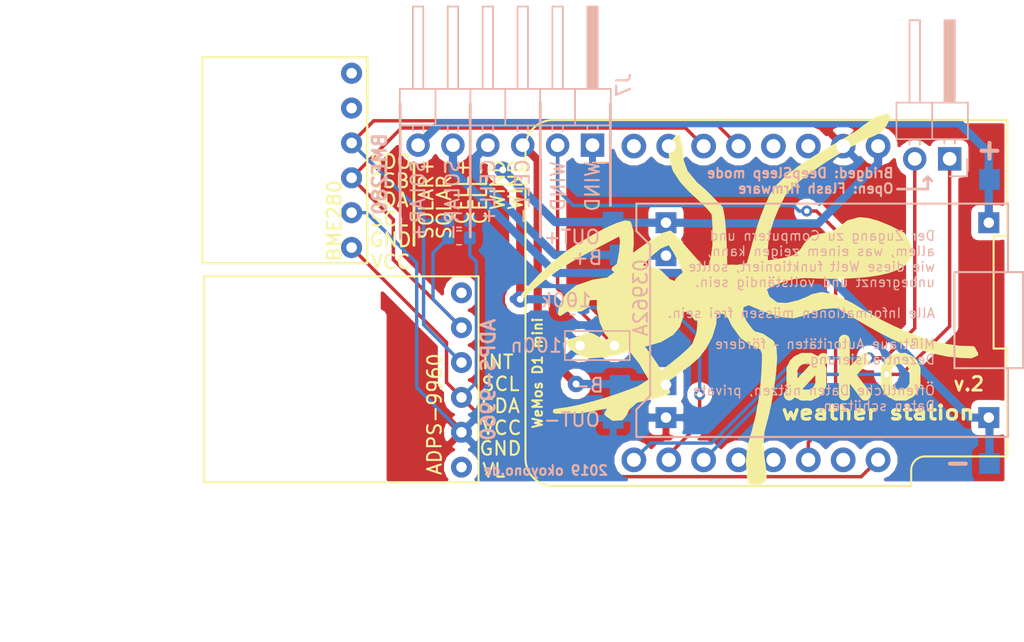
<source format=kicad_pcb>
(kicad_pcb (version 20171130) (host pcbnew 5.0.2-1.fc29)

  (general
    (thickness 1.6)
    (drawings 50)
    (tracks 122)
    (zones 0)
    (modules 18)
    (nets 25)
  )

  (page A4)
  (layers
    (0 F.Cu signal)
    (31 B.Cu signal)
    (32 B.Adhes user)
    (33 F.Adhes user)
    (34 B.Paste user)
    (35 F.Paste user)
    (36 B.SilkS user)
    (37 F.SilkS user)
    (38 B.Mask user)
    (39 F.Mask user)
    (40 Dwgs.User user)
    (41 Cmts.User user)
    (42 Eco1.User user)
    (43 Eco2.User user)
    (44 Edge.Cuts user)
    (45 Margin user)
    (46 B.CrtYd user)
    (47 F.CrtYd user)
    (48 B.Fab user hide)
    (49 F.Fab user)
  )

  (setup
    (last_trace_width 0.25)
    (user_trace_width 0.4)
    (user_trace_width 0.5)
    (user_trace_width 0.6)
    (trace_clearance 0.2)
    (zone_clearance 0.508)
    (zone_45_only no)
    (trace_min 0.2)
    (segment_width 0.2)
    (edge_width 0.001)
    (via_size 0.8)
    (via_drill 0.4)
    (via_min_size 0.4)
    (via_min_drill 0.3)
    (uvia_size 0.3)
    (uvia_drill 0.1)
    (uvias_allowed no)
    (uvia_min_size 0.2)
    (uvia_min_drill 0.1)
    (pcb_text_width 0.3)
    (pcb_text_size 1.5 1.5)
    (mod_edge_width 0.15)
    (mod_text_size 1 1)
    (mod_text_width 0.15)
    (pad_size 1.5 1.5)
    (pad_drill 0.6)
    (pad_to_mask_clearance 0)
    (solder_mask_min_width 0.25)
    (aux_axis_origin 0 0)
    (visible_elements FFFFFF7F)
    (pcbplotparams
      (layerselection 0x010fc_ffffffff)
      (usegerberextensions false)
      (usegerberattributes false)
      (usegerberadvancedattributes false)
      (creategerberjobfile false)
      (excludeedgelayer true)
      (linewidth 0.100000)
      (plotframeref false)
      (viasonmask false)
      (mode 1)
      (useauxorigin false)
      (hpglpennumber 1)
      (hpglpenspeed 20)
      (hpglpendiameter 15.000000)
      (psnegative false)
      (psa4output false)
      (plotreference true)
      (plotvalue true)
      (plotinvisibletext false)
      (padsonsilk false)
      (subtractmaskfromsilk false)
      (outputformat 1)
      (mirror false)
      (drillshape 1)
      (scaleselection 1)
      (outputdirectory ""))
  )

  (net 0 "")
  (net 1 5V)
  (net 2 GND)
  (net 3 SCL)
  (net 4 SDA)
  (net 5 3V3)
  (net 6 "Net-(U3-Pad6)")
  (net 7 VCC_SOLAR)
  (net 8 GND_SOLAR)
  (net 9 ANEMOMETER)
  (net 10 "Net-(JP1-Pad2)")
  (net 11 "Net-(JP1-Pad1)")
  (net 12 VCC_BAT)
  (net 13 GND_BAT)
  (net 14 "Net-(R1-Pad2)")
  (net 15 "Net-(U2-Pad15)")
  (net 16 "Net-(U2-Pad3)")
  (net 17 "Net-(U2-Pad13)")
  (net 18 "Net-(U2-Pad4)")
  (net 19 "Net-(U2-Pad12)")
  (net 20 "Net-(U2-Pad7)")
  (net 21 "Net-(U2-Pad8)")
  (net 22 "Net-(U3-Pad1)")
  (net 23 "Net-(U4-Pad1)")
  (net 24 "Net-(U4-Pad2)")

  (net_class Default "This is the default net class."
    (clearance 0.2)
    (trace_width 0.25)
    (via_dia 0.8)
    (via_drill 0.4)
    (uvia_dia 0.3)
    (uvia_drill 0.1)
    (add_net 3V3)
    (add_net 5V)
    (add_net ANEMOMETER)
    (add_net GND)
    (add_net GND_BAT)
    (add_net GND_SOLAR)
    (add_net "Net-(JP1-Pad1)")
    (add_net "Net-(JP1-Pad2)")
    (add_net "Net-(R1-Pad2)")
    (add_net "Net-(U2-Pad12)")
    (add_net "Net-(U2-Pad13)")
    (add_net "Net-(U2-Pad15)")
    (add_net "Net-(U2-Pad3)")
    (add_net "Net-(U2-Pad4)")
    (add_net "Net-(U2-Pad7)")
    (add_net "Net-(U2-Pad8)")
    (add_net "Net-(U3-Pad1)")
    (add_net "Net-(U3-Pad6)")
    (add_net "Net-(U4-Pad1)")
    (add_net "Net-(U4-Pad2)")
    (add_net SCL)
    (add_net SDA)
    (add_net VCC_BAT)
    (add_net VCC_SOLAR)
  )

  (module oko:GY-BME280 (layer F.Cu) (tedit 5C4D9339) (tstamp 5C37DABA)
    (at 132.5 98.5 180)
    (path /5C36680F)
    (fp_text reference U4 (at 3.2 17.4 180) (layer F.SilkS) hide
      (effects (font (size 1 1) (thickness 0.15)))
    )
    (fp_text value GY-BME280 (at 9.2 0.4 180) (layer F.Fab) hide
      (effects (font (size 1 1) (thickness 0.15)))
    )
    (fp_text user SDO (at -0.3 8.8 180) (layer F.SilkS)
      (effects (font (size 1 1) (thickness 0.15)))
    )
    (fp_text user CSB (at -0.2 7.4 180) (layer F.SilkS)
      (effects (font (size 1 1) (thickness 0.15)))
    )
    (fp_text user SDA (at -0.2 6 180) (layer F.SilkS)
      (effects (font (size 1 1) (thickness 0.15)))
    )
    (fp_text user SCL (at -0.2 4.6 180) (layer F.SilkS)
      (effects (font (size 1 1) (thickness 0.15)))
    )
    (fp_text user GND (at -0.3 3.1 180) (layer F.SilkS)
      (effects (font (size 1 1) (thickness 0.15)))
    )
    (fp_text user VCC (at -0.3 1.5 180) (layer F.SilkS)
      (effects (font (size 1 1) (thickness 0.15)))
    )
    (fp_text user BME280 (at 3.8 4.5 270) (layer F.SilkS)
      (effects (font (size 1 1) (thickness 0.15)))
    )
    (fp_line (start 13.4 1.4) (end 13.4 16.4) (layer F.SilkS) (width 0.15))
    (fp_line (start 1.4 16.4) (end 13.4 16.4) (layer F.SilkS) (width 0.15))
    (fp_line (start 1.4 1.4) (end 13.4 1.4) (layer F.SilkS) (width 0.15))
    (fp_line (start 1.4 1.4) (end 1.4 16.4) (layer F.SilkS) (width 0.15))
    (pad 6 thru_hole circle (at 2.54 2.54 180) (size 1.524 1.524) (drill 0.762) (layers *.Cu *.Mask)
      (net 5 3V3))
    (pad 5 thru_hole circle (at 2.54 5.08 180) (size 1.524 1.524) (drill 0.762) (layers *.Cu *.Mask)
      (net 2 GND))
    (pad 4 thru_hole circle (at 2.54 7.62 180) (size 1.524 1.524) (drill 0.762) (layers *.Cu *.Mask)
      (net 3 SCL))
    (pad 3 thru_hole circle (at 2.54 10.16 180) (size 1.524 1.524) (drill 0.762) (layers *.Cu *.Mask)
      (net 4 SDA))
    (pad 2 thru_hole circle (at 2.54 12.7 180) (size 1.524 1.524) (drill 0.762) (layers *.Cu *.Mask)
      (net 24 "Net-(U4-Pad2)"))
    (pad 1 thru_hole circle (at 2.54 15.24 180) (size 1.524 1.524) (drill 0.762) (layers *.Cu *.Mask)
      (net 23 "Net-(U4-Pad1)"))
  )

  (module oko:GY-BME280 (layer F.Cu) (tedit 5C4D92CB) (tstamp 5C37DABA)
    (at 132.5 98.5 180)
    (path /5C36680F)
    (fp_text reference U4 (at 3.2 17.4 180) (layer F.SilkS) hide
      (effects (font (size 1 1) (thickness 0.15)))
    )
    (fp_text value GY-BME280 (at 9.2 0.4 180) (layer F.Fab) hide
      (effects (font (size 1 1) (thickness 0.15)))
    )
    (fp_text user SDO (at -0.3 8.8 180) (layer F.SilkS)
      (effects (font (size 1 1) (thickness 0.15)))
    )
    (fp_text user CSB (at -0.2 7.4 180) (layer F.SilkS)
      (effects (font (size 1 1) (thickness 0.15)))
    )
    (fp_text user SDA (at -0.2 6 180) (layer F.SilkS)
      (effects (font (size 1 1) (thickness 0.15)))
    )
    (fp_text user SCL (at -0.2 4.6 180) (layer F.SilkS)
      (effects (font (size 1 1) (thickness 0.15)))
    )
    (fp_text user GND (at -0.3 3.1 180) (layer F.SilkS)
      (effects (font (size 1 1) (thickness 0.15)))
    )
    (fp_text user VCC (at -0.3 1.5 180) (layer F.SilkS)
      (effects (font (size 1 1) (thickness 0.15)))
    )
    (fp_text user BME280 (at 3.8 4.5 270) (layer F.SilkS)
      (effects (font (size 1 1) (thickness 0.15)))
    )
    (fp_line (start 13.4 1.4) (end 13.4 16.4) (layer F.SilkS) (width 0.15))
    (fp_line (start 1.4 16.4) (end 13.4 16.4) (layer F.SilkS) (width 0.15))
    (fp_line (start 1.4 1.4) (end 13.4 1.4) (layer F.SilkS) (width 0.15))
    (fp_line (start 1.4 1.4) (end 1.4 16.4) (layer F.SilkS) (width 0.15))
    (pad 6 thru_hole circle (at 2.54 2.54 180) (size 1.524 1.524) (drill 0.762) (layers *.Cu *.Mask)
      (net 5 3V3))
    (pad 5 thru_hole circle (at 2.54 5.08 180) (size 1.524 1.524) (drill 0.762) (layers *.Cu *.Mask)
      (net 2 GND))
    (pad 4 thru_hole circle (at 2.54 7.62 180) (size 1.524 1.524) (drill 0.762) (layers *.Cu *.Mask)
      (net 3 SCL))
    (pad 3 thru_hole circle (at 2.54 10.16 180) (size 1.524 1.524) (drill 0.762) (layers *.Cu *.Mask)
      (net 4 SDA))
    (pad 2 thru_hole circle (at 2.54 12.7 180) (size 1.524 1.524) (drill 0.762) (layers *.Cu *.Mask)
      (net 24 "Net-(U4-Pad2)"))
    (pad 1 thru_hole circle (at 2.54 15.24 180) (size 1.524 1.524) (drill 0.762) (layers *.Cu *.Mask)
      (net 23 "Net-(U4-Pad1)"))
  )

  (module oko:APDS-9960 (layer F.Cu) (tedit 5C390407) (tstamp 5C37DAA5)
    (at 140.5 114.5 180)
    (path /5C366782)
    (fp_text reference U3 (at 12.7 15.24 180) (layer F.SilkS) hide
      (effects (font (size 1 1) (thickness 0.15)))
    )
    (fp_text value APDS-9900 (at 7.62 17.78 180) (layer F.Fab) hide
      (effects (font (size 1 1) (thickness 0.15)))
    )
    (fp_line (start 1.3 1.44) (end 1.3 16.44) (layer F.SilkS) (width 0.15))
    (fp_line (start 1.3 1.44) (end 21.3 1.44) (layer F.SilkS) (width 0.15))
    (fp_line (start 21.3 1.44) (end 21.3 16.44) (layer F.SilkS) (width 0.15))
    (fp_line (start 21.3 16.44) (end 1.3 16.44) (layer F.SilkS) (width 0.15))
    (fp_text user "VL " (at -0.2 2.3 180) (layer F.SilkS)
      (effects (font (size 1 1) (thickness 0.15)))
    )
    (fp_text user GND (at -0.3 3.9 180) (layer F.SilkS)
      (effects (font (size 1 1) (thickness 0.15)))
    )
    (fp_text user VCC (at -0.4 5.4 180) (layer F.SilkS)
      (effects (font (size 1 1) (thickness 0.15)))
    )
    (fp_text user SDA (at -0.3 7 180) (layer F.SilkS)
      (effects (font (size 1 1) (thickness 0.15)))
    )
    (fp_text user SCL (at -0.3 8.6 180) (layer F.SilkS)
      (effects (font (size 1 1) (thickness 0.15)))
    )
    (fp_text user INT (at -0.1 10.2 180) (layer F.SilkS)
      (effects (font (size 1 1) (thickness 0.15)))
    )
    (fp_text user ADPS-9960 (at 4.5 6.4 270) (layer F.SilkS)
      (effects (font (size 1 1) (thickness 0.15)))
    )
    (pad 1 thru_hole circle (at 2.54 2.54 180) (size 1.524 1.524) (drill 0.762) (layers *.Cu *.Mask)
      (net 22 "Net-(U3-Pad1)"))
    (pad 2 thru_hole circle (at 2.54 5.08 180) (size 1.524 1.524) (drill 0.762) (layers *.Cu *.Mask)
      (net 2 GND))
    (pad 3 thru_hole circle (at 2.54 7.62 180) (size 1.524 1.524) (drill 0.762) (layers *.Cu *.Mask)
      (net 5 3V3))
    (pad 4 thru_hole circle (at 2.54 10.16 180) (size 1.524 1.524) (drill 0.762) (layers *.Cu *.Mask)
      (net 4 SDA))
    (pad 5 thru_hole circle (at 2.54 12.7 180) (size 1.524 1.524) (drill 0.762) (layers *.Cu *.Mask)
      (net 3 SCL))
    (pad 6 thru_hole circle (at 2.54 15.24 180) (size 1.524 1.524) (drill 0.762) (layers *.Cu *.Mask)
      (net 6 "Net-(U3-Pad6)"))
  )

  (module Pin_Headers:Pin_Header_Angled_1x02_Pitch2.54mm (layer B.Cu) (tedit 59650532) (tstamp 5C37DA77)
    (at 173.5 89.5 90)
    (descr "Through hole angled pin header, 1x02, 2.54mm pitch, 6mm pin length, single row")
    (tags "Through hole angled pin header THT 1x02 2.54mm single row")
    (path /5C3808D5)
    (fp_text reference JP1 (at 4.385 2.27 90) (layer B.SilkS) hide
      (effects (font (size 1 1) (thickness 0.15)) (justify mirror))
    )
    (fp_text value Jumper (at 4.385 -4.81 90) (layer B.Fab)
      (effects (font (size 1 1) (thickness 0.15)) (justify mirror))
    )
    (fp_line (start 2.135 1.27) (end 4.04 1.27) (layer B.Fab) (width 0.1))
    (fp_line (start 4.04 1.27) (end 4.04 -3.81) (layer B.Fab) (width 0.1))
    (fp_line (start 4.04 -3.81) (end 1.5 -3.81) (layer B.Fab) (width 0.1))
    (fp_line (start 1.5 -3.81) (end 1.5 0.635) (layer B.Fab) (width 0.1))
    (fp_line (start 1.5 0.635) (end 2.135 1.27) (layer B.Fab) (width 0.1))
    (fp_line (start -0.32 0.32) (end 1.5 0.32) (layer B.Fab) (width 0.1))
    (fp_line (start -0.32 0.32) (end -0.32 -0.32) (layer B.Fab) (width 0.1))
    (fp_line (start -0.32 -0.32) (end 1.5 -0.32) (layer B.Fab) (width 0.1))
    (fp_line (start 4.04 0.32) (end 10.04 0.32) (layer B.Fab) (width 0.1))
    (fp_line (start 10.04 0.32) (end 10.04 -0.32) (layer B.Fab) (width 0.1))
    (fp_line (start 4.04 -0.32) (end 10.04 -0.32) (layer B.Fab) (width 0.1))
    (fp_line (start -0.32 -2.22) (end 1.5 -2.22) (layer B.Fab) (width 0.1))
    (fp_line (start -0.32 -2.22) (end -0.32 -2.86) (layer B.Fab) (width 0.1))
    (fp_line (start -0.32 -2.86) (end 1.5 -2.86) (layer B.Fab) (width 0.1))
    (fp_line (start 4.04 -2.22) (end 10.04 -2.22) (layer B.Fab) (width 0.1))
    (fp_line (start 10.04 -2.22) (end 10.04 -2.86) (layer B.Fab) (width 0.1))
    (fp_line (start 4.04 -2.86) (end 10.04 -2.86) (layer B.Fab) (width 0.1))
    (fp_line (start 1.44 1.33) (end 1.44 -3.87) (layer B.SilkS) (width 0.12))
    (fp_line (start 1.44 -3.87) (end 4.1 -3.87) (layer B.SilkS) (width 0.12))
    (fp_line (start 4.1 -3.87) (end 4.1 1.33) (layer B.SilkS) (width 0.12))
    (fp_line (start 4.1 1.33) (end 1.44 1.33) (layer B.SilkS) (width 0.12))
    (fp_line (start 4.1 0.38) (end 10.1 0.38) (layer B.SilkS) (width 0.12))
    (fp_line (start 10.1 0.38) (end 10.1 -0.38) (layer B.SilkS) (width 0.12))
    (fp_line (start 10.1 -0.38) (end 4.1 -0.38) (layer B.SilkS) (width 0.12))
    (fp_line (start 4.1 0.32) (end 10.1 0.32) (layer B.SilkS) (width 0.12))
    (fp_line (start 4.1 0.2) (end 10.1 0.2) (layer B.SilkS) (width 0.12))
    (fp_line (start 4.1 0.08) (end 10.1 0.08) (layer B.SilkS) (width 0.12))
    (fp_line (start 4.1 -0.04) (end 10.1 -0.04) (layer B.SilkS) (width 0.12))
    (fp_line (start 4.1 -0.16) (end 10.1 -0.16) (layer B.SilkS) (width 0.12))
    (fp_line (start 4.1 -0.28) (end 10.1 -0.28) (layer B.SilkS) (width 0.12))
    (fp_line (start 1.11 0.38) (end 1.44 0.38) (layer B.SilkS) (width 0.12))
    (fp_line (start 1.11 -0.38) (end 1.44 -0.38) (layer B.SilkS) (width 0.12))
    (fp_line (start 1.44 -1.27) (end 4.1 -1.27) (layer B.SilkS) (width 0.12))
    (fp_line (start 4.1 -2.16) (end 10.1 -2.16) (layer B.SilkS) (width 0.12))
    (fp_line (start 10.1 -2.16) (end 10.1 -2.92) (layer B.SilkS) (width 0.12))
    (fp_line (start 10.1 -2.92) (end 4.1 -2.92) (layer B.SilkS) (width 0.12))
    (fp_line (start 1.042929 -2.16) (end 1.44 -2.16) (layer B.SilkS) (width 0.12))
    (fp_line (start 1.042929 -2.92) (end 1.44 -2.92) (layer B.SilkS) (width 0.12))
    (fp_line (start -1.27 0) (end -1.27 1.27) (layer B.SilkS) (width 0.12))
    (fp_line (start -1.27 1.27) (end 0 1.27) (layer B.SilkS) (width 0.12))
    (fp_line (start -1.8 1.8) (end -1.8 -4.35) (layer B.CrtYd) (width 0.05))
    (fp_line (start -1.8 -4.35) (end 10.55 -4.35) (layer B.CrtYd) (width 0.05))
    (fp_line (start 10.55 -4.35) (end 10.55 1.8) (layer B.CrtYd) (width 0.05))
    (fp_line (start 10.55 1.8) (end -1.8 1.8) (layer B.CrtYd) (width 0.05))
    (fp_text user %R (at 2.77 -1.27) (layer B.Fab)
      (effects (font (size 1 1) (thickness 0.15)) (justify mirror))
    )
    (pad 1 thru_hole rect (at 0 0 90) (size 1.7 1.7) (drill 1) (layers *.Cu *.Mask)
      (net 11 "Net-(JP1-Pad1)"))
    (pad 2 thru_hole oval (at 0 -2.54 90) (size 1.7 1.7) (drill 1) (layers *.Cu *.Mask)
      (net 10 "Net-(JP1-Pad2)"))
    (model ${KISYS3DMOD}/Pin_Headers.3dshapes/Pin_Header_Angled_1x02_Pitch2.54mm.wrl
      (at (xyz 0 0 0))
      (scale (xyz 1 1 1))
      (rotate (xyz 0 0 0))
    )
  )

  (module Capacitors_ThroughHole:C_Rect_L4.6mm_W2.0mm_P2.50mm_MKS02_FKP02 (layer B.Cu) (tedit 5C3A6D90) (tstamp 5C37BB2B)
    (at 146.6 103.1)
    (descr "C, Rect series, Radial, pin pitch=2.50mm, , length*width=4.6*2mm^2, Capacitor, http://www.wima.de/DE/WIMA_MKS_02.pdf")
    (tags "C Rect series Radial pin pitch 2.50mm  length 4.6mm width 2mm Capacitor")
    (path /5C36B0BF)
    (fp_text reference C1 (at -2.3 0) (layer B.SilkS) hide
      (effects (font (size 1 1) (thickness 0.15)) (justify mirror))
    )
    (fp_text value 100n (at 1.25 -2.31) (layer B.Fab)
      (effects (font (size 1 1) (thickness 0.15)) (justify mirror))
    )
    (fp_text user %R (at 1.25 0) (layer B.Fab)
      (effects (font (size 1 1) (thickness 0.15)) (justify mirror))
    )
    (fp_line (start 3.9 1.35) (end -1.4 1.35) (layer B.CrtYd) (width 0.05))
    (fp_line (start 3.9 -1.35) (end 3.9 1.35) (layer B.CrtYd) (width 0.05))
    (fp_line (start -1.4 -1.35) (end 3.9 -1.35) (layer B.CrtYd) (width 0.05))
    (fp_line (start -1.4 1.35) (end -1.4 -1.35) (layer B.CrtYd) (width 0.05))
    (fp_line (start 3.61 1.06) (end 3.61 -1.06) (layer B.SilkS) (width 0.12))
    (fp_line (start -1.11 1.06) (end -1.11 -1.06) (layer B.SilkS) (width 0.12))
    (fp_line (start -1.11 -1.06) (end 3.61 -1.06) (layer B.SilkS) (width 0.12))
    (fp_line (start -1.11 1.06) (end 3.61 1.06) (layer B.SilkS) (width 0.12))
    (fp_line (start 3.55 1) (end -1.05 1) (layer B.Fab) (width 0.1))
    (fp_line (start 3.55 -1) (end 3.55 1) (layer B.Fab) (width 0.1))
    (fp_line (start -1.05 -1) (end 3.55 -1) (layer B.Fab) (width 0.1))
    (fp_line (start -1.05 1) (end -1.05 -1) (layer B.Fab) (width 0.1))
    (pad 2 thru_hole circle (at 2.5 0) (size 1.4 1.4) (drill 0.7) (layers *.Cu *.Mask)
      (net 9 ANEMOMETER))
    (pad 1 thru_hole circle (at 0 0) (size 1.4 1.4) (drill 0.7) (layers *.Cu *.Mask)
      (net 2 GND))
    (model ${KISYS3DMOD}/Capacitors_THT.3dshapes/C_Rect_L4.6mm_W2.0mm_P2.50mm_MKS02_FKP02.wrl
      (at (xyz 0 0 0))
      (scale (xyz 1 1 1))
      (rotate (xyz 0 0 0))
    )
  )

  (module Pin_Headers:Pin_Header_Angled_1x06_Pitch2.54mm (layer B.Cu) (tedit 59650532) (tstamp 5C37DA44)
    (at 147.5 88.5 90)
    (descr "Through hole angled pin header, 1x06, 2.54mm pitch, 6mm pin length, single row")
    (tags "Through hole angled pin header THT 1x06 2.54mm single row")
    (path /5C389FC7)
    (fp_text reference J7 (at 4.385 2.27 90) (layer B.SilkS)
      (effects (font (size 1 1) (thickness 0.15)) (justify mirror))
    )
    (fp_text value Conn_01x06 (at 4.385 -14.97 90) (layer B.Fab)
      (effects (font (size 1 1) (thickness 0.15)) (justify mirror))
    )
    (fp_text user %R (at 2.77 -6.35) (layer B.Fab)
      (effects (font (size 1 1) (thickness 0.15)) (justify mirror))
    )
    (fp_line (start 10.55 1.8) (end -1.8 1.8) (layer B.CrtYd) (width 0.05))
    (fp_line (start 10.55 -14.5) (end 10.55 1.8) (layer B.CrtYd) (width 0.05))
    (fp_line (start -1.8 -14.5) (end 10.55 -14.5) (layer B.CrtYd) (width 0.05))
    (fp_line (start -1.8 1.8) (end -1.8 -14.5) (layer B.CrtYd) (width 0.05))
    (fp_line (start -1.27 1.27) (end 0 1.27) (layer B.SilkS) (width 0.12))
    (fp_line (start -1.27 0) (end -1.27 1.27) (layer B.SilkS) (width 0.12))
    (fp_line (start 1.042929 -13.08) (end 1.44 -13.08) (layer B.SilkS) (width 0.12))
    (fp_line (start 1.042929 -12.32) (end 1.44 -12.32) (layer B.SilkS) (width 0.12))
    (fp_line (start 10.1 -13.08) (end 4.1 -13.08) (layer B.SilkS) (width 0.12))
    (fp_line (start 10.1 -12.32) (end 10.1 -13.08) (layer B.SilkS) (width 0.12))
    (fp_line (start 4.1 -12.32) (end 10.1 -12.32) (layer B.SilkS) (width 0.12))
    (fp_line (start 1.44 -11.43) (end 4.1 -11.43) (layer B.SilkS) (width 0.12))
    (fp_line (start 1.042929 -10.54) (end 1.44 -10.54) (layer B.SilkS) (width 0.12))
    (fp_line (start 1.042929 -9.78) (end 1.44 -9.78) (layer B.SilkS) (width 0.12))
    (fp_line (start 10.1 -10.54) (end 4.1 -10.54) (layer B.SilkS) (width 0.12))
    (fp_line (start 10.1 -9.78) (end 10.1 -10.54) (layer B.SilkS) (width 0.12))
    (fp_line (start 4.1 -9.78) (end 10.1 -9.78) (layer B.SilkS) (width 0.12))
    (fp_line (start 1.44 -8.89) (end 4.1 -8.89) (layer B.SilkS) (width 0.12))
    (fp_line (start 1.042929 -8) (end 1.44 -8) (layer B.SilkS) (width 0.12))
    (fp_line (start 1.042929 -7.24) (end 1.44 -7.24) (layer B.SilkS) (width 0.12))
    (fp_line (start 10.1 -8) (end 4.1 -8) (layer B.SilkS) (width 0.12))
    (fp_line (start 10.1 -7.24) (end 10.1 -8) (layer B.SilkS) (width 0.12))
    (fp_line (start 4.1 -7.24) (end 10.1 -7.24) (layer B.SilkS) (width 0.12))
    (fp_line (start 1.44 -6.35) (end 4.1 -6.35) (layer B.SilkS) (width 0.12))
    (fp_line (start 1.042929 -5.46) (end 1.44 -5.46) (layer B.SilkS) (width 0.12))
    (fp_line (start 1.042929 -4.7) (end 1.44 -4.7) (layer B.SilkS) (width 0.12))
    (fp_line (start 10.1 -5.46) (end 4.1 -5.46) (layer B.SilkS) (width 0.12))
    (fp_line (start 10.1 -4.7) (end 10.1 -5.46) (layer B.SilkS) (width 0.12))
    (fp_line (start 4.1 -4.7) (end 10.1 -4.7) (layer B.SilkS) (width 0.12))
    (fp_line (start 1.44 -3.81) (end 4.1 -3.81) (layer B.SilkS) (width 0.12))
    (fp_line (start 1.042929 -2.92) (end 1.44 -2.92) (layer B.SilkS) (width 0.12))
    (fp_line (start 1.042929 -2.16) (end 1.44 -2.16) (layer B.SilkS) (width 0.12))
    (fp_line (start 10.1 -2.92) (end 4.1 -2.92) (layer B.SilkS) (width 0.12))
    (fp_line (start 10.1 -2.16) (end 10.1 -2.92) (layer B.SilkS) (width 0.12))
    (fp_line (start 4.1 -2.16) (end 10.1 -2.16) (layer B.SilkS) (width 0.12))
    (fp_line (start 1.44 -1.27) (end 4.1 -1.27) (layer B.SilkS) (width 0.12))
    (fp_line (start 1.11 -0.38) (end 1.44 -0.38) (layer B.SilkS) (width 0.12))
    (fp_line (start 1.11 0.38) (end 1.44 0.38) (layer B.SilkS) (width 0.12))
    (fp_line (start 4.1 -0.28) (end 10.1 -0.28) (layer B.SilkS) (width 0.12))
    (fp_line (start 4.1 -0.16) (end 10.1 -0.16) (layer B.SilkS) (width 0.12))
    (fp_line (start 4.1 -0.04) (end 10.1 -0.04) (layer B.SilkS) (width 0.12))
    (fp_line (start 4.1 0.08) (end 10.1 0.08) (layer B.SilkS) (width 0.12))
    (fp_line (start 4.1 0.2) (end 10.1 0.2) (layer B.SilkS) (width 0.12))
    (fp_line (start 4.1 0.32) (end 10.1 0.32) (layer B.SilkS) (width 0.12))
    (fp_line (start 10.1 -0.38) (end 4.1 -0.38) (layer B.SilkS) (width 0.12))
    (fp_line (start 10.1 0.38) (end 10.1 -0.38) (layer B.SilkS) (width 0.12))
    (fp_line (start 4.1 0.38) (end 10.1 0.38) (layer B.SilkS) (width 0.12))
    (fp_line (start 4.1 1.33) (end 1.44 1.33) (layer B.SilkS) (width 0.12))
    (fp_line (start 4.1 -14.03) (end 4.1 1.33) (layer B.SilkS) (width 0.12))
    (fp_line (start 1.44 -14.03) (end 4.1 -14.03) (layer B.SilkS) (width 0.12))
    (fp_line (start 1.44 1.33) (end 1.44 -14.03) (layer B.SilkS) (width 0.12))
    (fp_line (start 4.04 -13.02) (end 10.04 -13.02) (layer B.Fab) (width 0.1))
    (fp_line (start 10.04 -12.38) (end 10.04 -13.02) (layer B.Fab) (width 0.1))
    (fp_line (start 4.04 -12.38) (end 10.04 -12.38) (layer B.Fab) (width 0.1))
    (fp_line (start -0.32 -13.02) (end 1.5 -13.02) (layer B.Fab) (width 0.1))
    (fp_line (start -0.32 -12.38) (end -0.32 -13.02) (layer B.Fab) (width 0.1))
    (fp_line (start -0.32 -12.38) (end 1.5 -12.38) (layer B.Fab) (width 0.1))
    (fp_line (start 4.04 -10.48) (end 10.04 -10.48) (layer B.Fab) (width 0.1))
    (fp_line (start 10.04 -9.84) (end 10.04 -10.48) (layer B.Fab) (width 0.1))
    (fp_line (start 4.04 -9.84) (end 10.04 -9.84) (layer B.Fab) (width 0.1))
    (fp_line (start -0.32 -10.48) (end 1.5 -10.48) (layer B.Fab) (width 0.1))
    (fp_line (start -0.32 -9.84) (end -0.32 -10.48) (layer B.Fab) (width 0.1))
    (fp_line (start -0.32 -9.84) (end 1.5 -9.84) (layer B.Fab) (width 0.1))
    (fp_line (start 4.04 -7.94) (end 10.04 -7.94) (layer B.Fab) (width 0.1))
    (fp_line (start 10.04 -7.3) (end 10.04 -7.94) (layer B.Fab) (width 0.1))
    (fp_line (start 4.04 -7.3) (end 10.04 -7.3) (layer B.Fab) (width 0.1))
    (fp_line (start -0.32 -7.94) (end 1.5 -7.94) (layer B.Fab) (width 0.1))
    (fp_line (start -0.32 -7.3) (end -0.32 -7.94) (layer B.Fab) (width 0.1))
    (fp_line (start -0.32 -7.3) (end 1.5 -7.3) (layer B.Fab) (width 0.1))
    (fp_line (start 4.04 -5.4) (end 10.04 -5.4) (layer B.Fab) (width 0.1))
    (fp_line (start 10.04 -4.76) (end 10.04 -5.4) (layer B.Fab) (width 0.1))
    (fp_line (start 4.04 -4.76) (end 10.04 -4.76) (layer B.Fab) (width 0.1))
    (fp_line (start -0.32 -5.4) (end 1.5 -5.4) (layer B.Fab) (width 0.1))
    (fp_line (start -0.32 -4.76) (end -0.32 -5.4) (layer B.Fab) (width 0.1))
    (fp_line (start -0.32 -4.76) (end 1.5 -4.76) (layer B.Fab) (width 0.1))
    (fp_line (start 4.04 -2.86) (end 10.04 -2.86) (layer B.Fab) (width 0.1))
    (fp_line (start 10.04 -2.22) (end 10.04 -2.86) (layer B.Fab) (width 0.1))
    (fp_line (start 4.04 -2.22) (end 10.04 -2.22) (layer B.Fab) (width 0.1))
    (fp_line (start -0.32 -2.86) (end 1.5 -2.86) (layer B.Fab) (width 0.1))
    (fp_line (start -0.32 -2.22) (end -0.32 -2.86) (layer B.Fab) (width 0.1))
    (fp_line (start -0.32 -2.22) (end 1.5 -2.22) (layer B.Fab) (width 0.1))
    (fp_line (start 4.04 -0.32) (end 10.04 -0.32) (layer B.Fab) (width 0.1))
    (fp_line (start 10.04 0.32) (end 10.04 -0.32) (layer B.Fab) (width 0.1))
    (fp_line (start 4.04 0.32) (end 10.04 0.32) (layer B.Fab) (width 0.1))
    (fp_line (start -0.32 -0.32) (end 1.5 -0.32) (layer B.Fab) (width 0.1))
    (fp_line (start -0.32 0.32) (end -0.32 -0.32) (layer B.Fab) (width 0.1))
    (fp_line (start -0.32 0.32) (end 1.5 0.32) (layer B.Fab) (width 0.1))
    (fp_line (start 1.5 0.635) (end 2.135 1.27) (layer B.Fab) (width 0.1))
    (fp_line (start 1.5 -13.97) (end 1.5 0.635) (layer B.Fab) (width 0.1))
    (fp_line (start 4.04 -13.97) (end 1.5 -13.97) (layer B.Fab) (width 0.1))
    (fp_line (start 4.04 1.27) (end 4.04 -13.97) (layer B.Fab) (width 0.1))
    (fp_line (start 2.135 1.27) (end 4.04 1.27) (layer B.Fab) (width 0.1))
    (pad 6 thru_hole oval (at 0 -12.7 90) (size 1.7 1.7) (drill 1) (layers *.Cu *.Mask)
      (net 7 VCC_SOLAR))
    (pad 5 thru_hole oval (at 0 -10.16 90) (size 1.7 1.7) (drill 1) (layers *.Cu *.Mask)
      (net 8 GND_SOLAR))
    (pad 4 thru_hole oval (at 0 -7.62 90) (size 1.7 1.7) (drill 1) (layers *.Cu *.Mask)
      (net 12 VCC_BAT))
    (pad 3 thru_hole oval (at 0 -5.08 90) (size 1.7 1.7) (drill 1) (layers *.Cu *.Mask)
      (net 13 GND_BAT))
    (pad 2 thru_hole oval (at 0 -2.54 90) (size 1.7 1.7) (drill 1) (layers *.Cu *.Mask)
      (net 9 ANEMOMETER))
    (pad 1 thru_hole rect (at 0 0 90) (size 1.7 1.7) (drill 1) (layers *.Cu *.Mask)
      (net 2 GND))
    (model ${KISYS3DMOD}/Pin_Headers.3dshapes/Pin_Header_Angled_1x06_Pitch2.54mm.wrl
      (at (xyz 0 0 0))
      (scale (xyz 1 1 1))
      (rotate (xyz 0 0 0))
    )
  )

  (module oko:03962A (layer B.Cu) (tedit 5C39021A) (tstamp 5C37DA90)
    (at 177.75 92.75 180)
    (path /5C3666E0)
    (fp_text reference U1 (at 2.3 0.8 180) (layer B.SilkS) hide
      (effects (font (size 1 1) (thickness 0.15)) (justify mirror))
    )
    (fp_text value 03962A (at 5.75 -1.05 180) (layer B.Fab)
      (effects (font (size 1 1) (thickness 0.15)) (justify mirror))
    )
    (fp_line (start 27.056963 -17.011121) (end 0.056963 -17.011121) (layer B.SilkS) (width 0.15))
    (fp_line (start 0.056963 -0.011121) (end 27.056963 -0.011121) (layer B.SilkS) (width 0.15))
    (fp_line (start 27.056963 -0.011121) (end 27.056963 -2.011121) (layer B.SilkS) (width 0.15))
    (fp_line (start 27.056963 -2.011121) (end 26.056963 -3.011121) (layer B.SilkS) (width 0.15))
    (fp_line (start 26.056963 -3.011121) (end 26.056963 -14.011121) (layer B.SilkS) (width 0.15))
    (fp_line (start 26.056963 -14.011121) (end 27.056963 -15.011121) (layer B.SilkS) (width 0.15))
    (fp_line (start 27.056963 -15.011121) (end 27.056963 -17.011121) (layer B.SilkS) (width 0.15))
    (fp_line (start -1.1 -6) (end -1.1 -12) (layer B.SilkS) (width 0.15))
    (fp_line (start -1.1 -12) (end 3.9 -12) (layer B.SilkS) (width 0.15))
    (fp_line (start 3.9 -12) (end 3.9 -5) (layer B.SilkS) (width 0.15))
    (fp_line (start 3.9 -5) (end -1.1 -5) (layer B.SilkS) (width 0.15))
    (fp_line (start -1.1 -5) (end -1.1 -6) (layer B.SilkS) (width 0.15))
    (fp_line (start 0 0) (end 0 -5) (layer B.SilkS) (width 0.15))
    (fp_line (start 0 -12) (end 0 -17) (layer B.SilkS) (width 0.15))
    (fp_text user 03962A (at 26.75 -6.85 270) (layer B.SilkS)
      (effects (font (size 1 1) (thickness 0.15)) (justify mirror))
    )
    (pad 1 thru_hole rect (at 1.4 -1.4 180) (size 1.524 1.524) (drill 0.762) (layers *.Cu *.Mask)
      (net 7 VCC_SOLAR))
    (pad 2 thru_hole rect (at 24.9 -1.4 180) (size 1.524 1.524) (drill 0.762) (layers *.Cu *.Mask)
      (net 1 5V))
    (pad 3 thru_hole rect (at 24.9 -3.8 180) (size 1.524 1.524) (drill 0.762) (layers *.Cu *.Mask)
      (net 12 VCC_BAT))
    (pad 4 thru_hole rect (at 24.9 -13.2 180) (size 1.524 1.524) (drill 0.762) (layers *.Cu *.Mask)
      (net 13 GND_BAT))
    (pad 5 thru_hole rect (at 24.9 -15.6 180) (size 1.524 1.524) (drill 0.762) (layers *.Cu *.Mask)
      (net 2 GND))
    (pad 6 thru_hole rect (at 1.4 -15.6 180) (size 1.524 1.524) (drill 0.762) (layers *.Cu *.Mask)
      (net 8 GND_SOLAR))
  )

  (module oko:wemos-d1-mini-connectors-only (layer F.Cu) (tedit 5C3934BE) (tstamp 5C38D9A2)
    (at 159.4 100 180)
    (path /5C36643E)
    (fp_text reference U2 (at -19.3 0 270) (layer F.SilkS) hide
      (effects (font (size 1 1) (thickness 0.15)))
    )
    (fp_text value "WeMos D1 mini" (at 15.9 -5.1 90) (layer F.SilkS)
      (effects (font (size 0.7 0.7) (thickness 0.15)))
    )
    (fp_line (start -18.3 13.33) (end 14.78 13.33) (layer F.SilkS) (width 0.15))
    (fp_line (start 16.78 11.33) (end 16.78 -11.33) (layer F.SilkS) (width 0.15))
    (fp_line (start 14.78 -13.33) (end -11.3 -13.33) (layer F.SilkS) (width 0.15))
    (fp_line (start -18.3 -11.18) (end -18.3 -3.32) (layer F.SilkS) (width 0.15))
    (fp_line (start -18.3 -3.32) (end -17.3 -3.32) (layer F.SilkS) (width 0.15))
    (fp_line (start -17.3 -3.32) (end -17.3 4.9) (layer F.SilkS) (width 0.15))
    (fp_line (start -17.3 4.9) (end -18.3 4.9) (layer F.SilkS) (width 0.15))
    (fp_line (start -18.3 4.9) (end -18.3 13.329999) (layer F.SilkS) (width 0.15))
    (fp_line (start -11.48 -13.5) (end 14.85 -13.5) (layer F.CrtYd) (width 0.05))
    (fp_line (start 16.94 -11.5) (end 16.94 11.5) (layer F.CrtYd) (width 0.05))
    (fp_line (start 14.94 13.5) (end -18.46 13.5) (layer F.CrtYd) (width 0.05))
    (fp_line (start -18.46 13.5) (end -18.46 -11.33) (layer F.CrtYd) (width 0.05))
    (fp_arc (start 14.78 -11.33) (end 14.78 -13.33) (angle 90) (layer F.SilkS) (width 0.15))
    (fp_arc (start 14.78 11.33) (end 16.78 11.33) (angle 90) (layer F.SilkS) (width 0.15))
    (fp_arc (start 14.94 11.5) (end 16.94 11.5) (angle 90) (layer F.CrtYd) (width 0.05))
    (fp_arc (start 14.94 -11.5) (end 14.85 -13.5) (angle 92.57657183) (layer F.CrtYd) (width 0.05))
    (fp_line (start -18.3 -11.18) (end -12.3 -11.18) (layer F.SilkS) (width 0.15))
    (fp_arc (start -12.3 -12.18) (end -11.3 -12.18) (angle 90) (layer F.SilkS) (width 0.15))
    (fp_line (start -11.3 -12.17) (end -11.3 -13.33) (layer F.SilkS) (width 0.15))
    (fp_line (start -11.3 -13.33) (end -11.3 -13.33) (layer F.SilkS) (width 0.15))
    (fp_line (start -11.48 -13.5) (end -11.48 -12.33) (layer F.CrtYd) (width 0.05))
    (fp_line (start -18.46 -11.33) (end -12.48 -11.33) (layer F.CrtYd) (width 0.05))
    (fp_arc (start -12.48 -12.33) (end -11.48 -12.33) (angle 90) (layer F.CrtYd) (width 0.05))
    (pad 16 thru_hole circle (at -8.89 -11.43 180) (size 1.8 1.8) (drill 1.016) (layers *.Cu *.Mask)
      (net 5 3V3))
    (pad 1 thru_hole circle (at -8.89 11.43 180) (size 1.8 1.8) (drill 1.016) (layers *.Cu *.Mask)
      (net 1 5V))
    (pad 15 thru_hole circle (at -6.35 -11.43 180) (size 1.8 1.8) (drill 1.016) (layers *.Cu *.Mask)
      (net 15 "Net-(U2-Pad15)"))
    (pad 2 thru_hole circle (at -6.35 11.43 180) (size 1.8 1.8) (drill 1.016) (layers *.Cu *.Mask)
      (net 2 GND))
    (pad 14 thru_hole circle (at -3.81 -11.43 180) (size 1.8 1.8) (drill 1.016) (layers *.Cu *.Mask)
      (net 9 ANEMOMETER))
    (pad 3 thru_hole circle (at -3.81 11.43 180) (size 1.8 1.8) (drill 1.016) (layers *.Cu *.Mask)
      (net 16 "Net-(U2-Pad3)"))
    (pad 13 thru_hole circle (at -1.27 -11.43 180) (size 1.8 1.8) (drill 1.016) (layers *.Cu *.Mask)
      (net 17 "Net-(U2-Pad13)"))
    (pad 4 thru_hole circle (at -1.27 11.43 180) (size 1.8 1.8) (drill 1.016) (layers *.Cu *.Mask)
      (net 18 "Net-(U2-Pad4)"))
    (pad 12 thru_hole circle (at 1.27 -11.43 180) (size 1.8 1.8) (drill 1.016) (layers *.Cu *.Mask)
      (net 19 "Net-(U2-Pad12)"))
    (pad 5 thru_hole circle (at 1.27 11.43 180) (size 1.8 1.8) (drill 1.016) (layers *.Cu *.Mask)
      (net 4 SDA))
    (pad 11 thru_hole circle (at 3.81 -11.43 180) (size 1.8 1.8) (drill 1.016) (layers *.Cu *.Mask)
      (net 11 "Net-(JP1-Pad1)"))
    (pad 6 thru_hole circle (at 3.81 11.43 180) (size 1.8 1.8) (drill 1.016) (layers *.Cu *.Mask)
      (net 3 SCL))
    (pad 10 thru_hole circle (at 6.35 -11.43 180) (size 1.8 1.8) (drill 1.016) (layers *.Cu *.Mask)
      (net 14 "Net-(R1-Pad2)"))
    (pad 7 thru_hole circle (at 6.35 11.43 180) (size 1.8 1.8) (drill 1.016) (layers *.Cu *.Mask)
      (net 20 "Net-(U2-Pad7)"))
    (pad 9 thru_hole circle (at 8.89 -11.43 180) (size 1.8 1.8) (drill 1.016) (layers *.Cu *.Mask)
      (net 10 "Net-(JP1-Pad2)"))
    (pad 8 thru_hole circle (at 8.89 11.43 180) (size 1.8 1.8) (drill 1.016) (layers *.Cu *.Mask)
      (net 21 "Net-(U2-Pad8)"))
    (model ${KIPRJMOD}/3dshapes/wemos_d1_mini.3dshapes/SLW-108-01-G-S.wrl
      (offset (xyz 0 -11.39999982878918 0))
      (scale (xyz 0.3937 0.3937 0.3937))
      (rotate (xyz -90 0 0))
    )
    (model ${KIPRJMOD}/3dshapes/wemos_d1_mini.3dshapes/SLW-108-01-G-S.wrl
      (offset (xyz 0 11.39999982878918 0))
      (scale (xyz 0.3937 0.3937 0.3937))
      (rotate (xyz -90 0 0))
    )
    (model ${KIPRJMOD}/3dshapes/wemos_d1_mini.3dshapes/TSW-108-05-G-S.wrl
      (offset (xyz 0 -11.39999982878918 7.299999890364999))
      (scale (xyz 0.3937 0.3937 0.3937))
      (rotate (xyz 90 0 0))
    )
    (model ${KIPRJMOD}/3dshapes/wemos_d1_mini.3dshapes/TSW-108-05-G-S.wrl
      (offset (xyz 0 11.39999982878918 7.299999890364999))
      (scale (xyz 0.3937 0.3937 0.3937))
      (rotate (xyz 90 0 0))
    )
  )

  (module Measurement_Points:Measurement_Point_Square-SMD-Pad_Small (layer B.Cu) (tedit 5C39021E) (tstamp 5C38D889)
    (at 176.4 91)
    (descr "Mesurement Point, Square, SMD Pad,  1.5mm x 1.5mm,")
    (tags "Mesurement Point Square SMD Pad 1.5x1.5mm")
    (path /5C38D2CB)
    (attr virtual)
    (fp_text reference J1 (at 0 2) (layer B.SilkS) hide
      (effects (font (size 1 1) (thickness 0.15)) (justify mirror))
    )
    (fp_text value VCC_SOLAR (at 0 -2) (layer B.Fab)
      (effects (font (size 1 1) (thickness 0.15)) (justify mirror))
    )
    (fp_line (start -1 -1) (end -1 1) (layer B.CrtYd) (width 0.05))
    (fp_line (start 1 -1) (end -1 -1) (layer B.CrtYd) (width 0.05))
    (fp_line (start 1 1) (end 1 -1) (layer B.CrtYd) (width 0.05))
    (fp_line (start -1 1) (end 1 1) (layer B.CrtYd) (width 0.05))
    (pad 1 smd rect (at 0 0) (size 1.5 1.5) (layers B.Cu B.Mask)
      (net 7 VCC_SOLAR))
  )

  (module Measurement_Points:Measurement_Point_Square-SMD-Pad_Small (layer B.Cu) (tedit 5C3901F5) (tstamp 5C38D892)
    (at 176.4 111.7)
    (descr "Mesurement Point, Square, SMD Pad,  1.5mm x 1.5mm,")
    (tags "Mesurement Point Square SMD Pad 1.5x1.5mm")
    (path /5C38D8BF)
    (attr virtual)
    (fp_text reference J2 (at 0 2) (layer B.SilkS) hide
      (effects (font (size 1 1) (thickness 0.15)) (justify mirror))
    )
    (fp_text value GND_SOLAR (at 7.5 -1.4) (layer B.Fab)
      (effects (font (size 1 1) (thickness 0.15)) (justify mirror))
    )
    (fp_line (start -1 1) (end 1 1) (layer B.CrtYd) (width 0.05))
    (fp_line (start 1 1) (end 1 -1) (layer B.CrtYd) (width 0.05))
    (fp_line (start 1 -1) (end -1 -1) (layer B.CrtYd) (width 0.05))
    (fp_line (start -1 -1) (end -1 1) (layer B.CrtYd) (width 0.05))
    (pad 1 smd rect (at 0 0) (size 1.5 1.5) (layers B.Cu B.Mask)
      (net 8 GND_SOLAR))
  )

  (module Measurement_Points:Measurement_Point_Square-SMD-Pad_Small (layer B.Cu) (tedit 5C3A6CE4) (tstamp 5C38D89B)
    (at 149.5 96.5)
    (descr "Mesurement Point, Square, SMD Pad,  1.5mm x 1.5mm,")
    (tags "Mesurement Point Square SMD Pad 1.5x1.5mm")
    (path /5C38D924)
    (attr virtual)
    (fp_text reference J3 (at -2.2 0) (layer B.SilkS) hide
      (effects (font (size 1 1) (thickness 0.15)) (justify mirror))
    )
    (fp_text value VCC_BAT (at 0 -2) (layer B.Fab)
      (effects (font (size 1 1) (thickness 0.15)) (justify mirror))
    )
    (fp_line (start -1 -1) (end -1 1) (layer B.CrtYd) (width 0.05))
    (fp_line (start 1 -1) (end -1 -1) (layer B.CrtYd) (width 0.05))
    (fp_line (start 1 1) (end 1 -1) (layer B.CrtYd) (width 0.05))
    (fp_line (start -1 1) (end 1 1) (layer B.CrtYd) (width 0.05))
    (pad 1 smd rect (at 0 0) (size 1.5 1.5) (layers B.Cu B.Mask)
      (net 12 VCC_BAT))
  )

  (module Measurement_Points:Measurement_Point_Square-SMD-Pad_Small (layer B.Cu) (tedit 5C3A6CFC) (tstamp 5C38D8A4)
    (at 149.5 106)
    (descr "Mesurement Point, Square, SMD Pad,  1.5mm x 1.5mm,")
    (tags "Mesurement Point Square SMD Pad 1.5x1.5mm")
    (path /5C38D96A)
    (attr virtual)
    (fp_text reference J4 (at -2.4 0) (layer B.SilkS) hide
      (effects (font (size 1 1) (thickness 0.15)) (justify mirror))
    )
    (fp_text value GND_BAT (at 0 -2) (layer B.Fab)
      (effects (font (size 1 1) (thickness 0.15)) (justify mirror))
    )
    (fp_line (start -1 1) (end 1 1) (layer B.CrtYd) (width 0.05))
    (fp_line (start 1 1) (end 1 -1) (layer B.CrtYd) (width 0.05))
    (fp_line (start 1 -1) (end -1 -1) (layer B.CrtYd) (width 0.05))
    (fp_line (start -1 -1) (end -1 1) (layer B.CrtYd) (width 0.05))
    (pad 1 smd rect (at 0 0) (size 1.5 1.5) (layers B.Cu B.Mask)
      (net 13 GND_BAT))
  )

  (module Measurement_Points:Measurement_Point_Square-SMD-Pad_Small (layer B.Cu) (tedit 5C3A6CE1) (tstamp 5C38D8AD)
    (at 149 94.1)
    (descr "Mesurement Point, Square, SMD Pad,  1.5mm x 1.5mm,")
    (tags "Mesurement Point Square SMD Pad 1.5x1.5mm")
    (path /5C38D9A1)
    (attr virtual)
    (fp_text reference J5 (at -3 1) (layer B.SilkS) hide
      (effects (font (size 1 1) (thickness 0.15)) (justify mirror))
    )
    (fp_text value 5V (at 0 -2) (layer B.Fab)
      (effects (font (size 1 1) (thickness 0.15)) (justify mirror))
    )
    (fp_line (start -1 -1) (end -1 1) (layer B.CrtYd) (width 0.05))
    (fp_line (start 1 -1) (end -1 -1) (layer B.CrtYd) (width 0.05))
    (fp_line (start 1 1) (end 1 -1) (layer B.CrtYd) (width 0.05))
    (fp_line (start -1 1) (end 1 1) (layer B.CrtYd) (width 0.05))
    (pad 1 smd rect (at 0 0) (size 1.5 1.5) (layers B.Cu B.Mask)
      (net 1 5V))
  )

  (module Measurement_Points:Measurement_Point_Square-SMD-Pad_Small (layer B.Cu) (tedit 5C3A6D03) (tstamp 5C38D8B6)
    (at 149 108.4)
    (descr "Mesurement Point, Square, SMD Pad,  1.5mm x 1.5mm,")
    (tags "Mesurement Point Square SMD Pad 1.5x1.5mm")
    (path /5C38DB5F)
    (attr virtual)
    (fp_text reference J6 (at -3.1 0.1) (layer B.SilkS) hide
      (effects (font (size 1 1) (thickness 0.15)) (justify mirror))
    )
    (fp_text value GND (at 0 -2) (layer B.Fab)
      (effects (font (size 1 1) (thickness 0.15)) (justify mirror))
    )
    (fp_line (start -1 1) (end 1 1) (layer B.CrtYd) (width 0.05))
    (fp_line (start 1 1) (end 1 -1) (layer B.CrtYd) (width 0.05))
    (fp_line (start 1 -1) (end -1 -1) (layer B.CrtYd) (width 0.05))
    (fp_line (start -1 -1) (end -1 1) (layer B.CrtYd) (width 0.05))
    (pad 1 smd rect (at 0 0) (size 1.5 1.5) (layers B.Cu B.Mask)
      (net 2 GND))
  )

  (module ant:ant (layer F.Cu) (tedit 5C3908AA) (tstamp 5C3960ED)
    (at 159.2 99.8)
    (descr "Imported from ant.svg")
    (tags svg2mod)
    (attr smd)
    (fp_text reference svg2mod (at 0 -16.47926) (layer F.SilkS) hide
      (effects (font (size 1.524 1.524) (thickness 0.3048)))
    )
    (fp_text value G*** (at 0 16.47926) (layer F.SilkS) hide
      (effects (font (size 1.524 1.524) (thickness 0.3048)))
    )
    (fp_poly (pts (xy 9.722176 -13.430868) (xy 9.013269 -13.233159) (xy 8.078872 -12.581828) (xy 7.656871 -12.249442)
      (xy 7.000661 -11.837849) (xy 6.175762 -11.35736) (xy 5.247695 -10.818284) (xy 4.281981 -10.230933)
      (xy 3.34414 -9.605615) (xy 2.499693 -8.952641) (xy 1.814161 -8.282321) (xy 1.353064 -7.604965)
      (xy 0.978555 -6.785137) (xy 0.686542 -6.048574) (xy 0.443437 -5.326439) (xy 0.215651 -4.549897)
      (xy -0.030405 -3.650112) (xy -0.32832 -2.558249) (xy -5.515097 -1.465832) (xy -5.634889 -1.180442)
      (xy -6.155269 -1.391724) (xy -6.858126 -2.086419) (xy -7.637667 -2.341034) (xy -8.397204 -2.362056)
      (xy -8.089313 -2.725043) (xy -7.523293 -3.329741) (xy -6.843526 -3.902506) (xy -6.194395 -4.16969)
      (xy -6.045715 -4.15404) (xy -5.671569 -3.579635) (xy -5.298614 -2.866928) (xy -4.934528 -1.982531)
      (xy -5.515097 -1.465832) (xy -0.32832 -2.558249) (xy -4.973655 0.658493) (xy -4.578479 0.752396)
      (xy -4.159921 1.314501) (xy -3.913333 1.253212) (xy -3.896067 1.607991) (xy -3.962271 2.408809)
      (xy -4.288946 3.260391) (xy -4.636152 3.645148) (xy -5.209552 4.158219) (xy -5.933996 4.743734)
      (xy -6.734337 5.345822) (xy -7.182773 4.634602) (xy -7.676265 3.923319) (xy -8.158534 3.287779)
      (xy -6.765864 2.890156) (xy -5.913305 2.381195) (xy -5.472916 1.842785) (xy -5.316755 1.356817)
      (xy -5.316882 1.005184) (xy -5.345355 0.869775) (xy -4.973655 0.658493) (xy -0.32832 -2.558249)
      (xy -1.121335 -2.414711) (xy -1.65586 -2.429032) (xy -2.052438 -2.391358) (xy -2.074026 -3.230892)
      (xy -2.104448 -4.191108) (xy -2.155227 -5.161753) (xy -2.237881 -6.032575) (xy -2.363932 -6.693323)
      (xy -3.075061 -7.421074) (xy -3.610929 -7.956757) (xy -4.218518 -8.481394) (xy -4.925312 -9.341115)
      (xy -5.215108 -10.121126) (xy -5.271015 -10.461184) (xy -5.247521 -10.936886) (xy -5.497947 -11.897119)
      (xy -6.030656 -11.291682) (xy -5.955725 -10.355543) (xy -5.692638 -9.489112) (xy -5.202427 -8.728631)
      (xy -4.580008 -8.053065) (xy -3.920296 -7.441383) (xy -3.318209 -6.872551) (xy -2.868661 -6.325536)
      (xy -2.805278 -5.574902) (xy -2.777344 -4.784992) (xy -2.804967 -3.977571) (xy -2.90826 -3.174405)
      (xy -3.107331 -2.397257) (xy -3.721614 -2.346393) (xy -4.376761 -3.073463) (xy -5.087282 -3.883393)
      (xy -5.697951 -4.56356) (xy -6.05354 -4.901339) (xy -6.56685 -4.74275) (xy -7.430915 -4.200304)
      (xy -8.331107 -3.553532) (xy -8.952797 -3.081967) (xy -8.865389 -4.117298) (xy -8.878887 -5.030323)
      (xy -9.054526 -5.609525) (xy -9.330712 -5.642097) (xy -9.881984 -5.472971) (xy -10.64317 -5.134487)
      (xy -11.549096 -4.658984) (xy -12.534592 -4.078802) (xy -13.534485 -3.426278) (xy -14.551277 -2.63512)
      (xy -15.433259 -1.809846) (xy -16.128072 -1.071053) (xy -16.583356 -0.539339) (xy -16.746752 -0.335302)
      (xy -16.560128 -0.507497) (xy -16.051188 -0.954868) (xy -15.296336 -1.573593) (xy -14.371973 -2.259848)
      (xy -13.354504 -2.909811) (xy -12.309629 -3.492526) (xy -11.34152 -4.008164) (xy -10.52728 -4.432381)
      (xy -9.944009 -4.74083) (xy -9.668808 -4.909164) (xy -9.527359 -4.382748) (xy -9.594282 -3.522784)
      (xy -9.782274 -2.538111) (xy -10.143084 -2.288954) (xy -9.930954 -2.08816) (xy -9.891828 -2.072509)
      (xy -9.915304 -1.978605) (xy -10.560887 -1.497353) (xy -11.028345 -1.438072) (xy -11.664249 -1.333023)
      (xy -12.823832 -0.929808) (xy -13.529655 -0.338759) (xy -13.894357 0.280745) (xy -14.030576 0.769325)
      (xy -14.050952 0.967603) (xy -13.653409 0.670118) (xy -12.568066 0.650681) (xy -12.174604 0.425158)
      (xy -12.016385 -0.163146) (xy -11.222121 -0.202273) (xy -11.218215 0.642855) (xy -11.002031 1.598729)
      (xy -10.68051 2.317774) (xy -10.267447 2.826101) (xy -10.638795 3.033756) (xy -11.077361 2.935655)
      (xy -11.760669 2.565859) (xy -12.067256 2.497441) (xy -12.591646 2.766637) (xy -13.530579 3.049122)
      (xy -13.137571 3.497223) (xy -12.53247 3.898689) (xy -11.981178 4.066404) (xy -10.831498 3.984863)
      (xy -9.978089 3.832478) (xy -9.378912 3.643486) (xy -8.99193 3.452122) (xy -8.135065 4.567221)
      (xy -7.403397 5.823175) (xy -7.891333 6.145761) (xy -8.334602 6.417895) (xy -9.002784 6.670507)
      (xy -9.768128 6.944804) (xy -10.592189 7.219983) (xy -11.617928 7.523549) (xy -12.601306 7.771443)
      (xy -13.469269 7.949998) (xy -14.148768 8.045548) (xy -14.419248 8.085965) (xy -14.060445 8.093774)
      (xy -13.399333 8.082547) (xy -12.762885 8.065858) (xy -12.478075 8.057279) (xy -12.183916 8.004387)
      (xy -11.415024 7.863678) (xy -10.34178 7.662104) (xy -10.663774 8.277565) (xy -10.193101 8.620698)
      (xy -9.58665 8.579926) (xy -9.361667 8.294612) (xy -9.136685 7.842702) (xy -8.530234 7.302142)
      (xy -7.440049 7.062245) (xy -6.616923 6.848544) (xy -6.221783 6.683947) (xy -6.436978 5.88577)
      (xy -5.545901 5.246402) (xy -4.891556 4.769867) (xy -4.637169 4.582866) (xy -4.07787 4.082568)
      (xy -3.555131 3.411752) (xy -3.12854 2.607646) (xy -2.857682 1.707482) (xy -2.802147 0.74849)
      (xy -2.101786 0.83848) (xy -1.688925 1.216003) (xy -1.413163 1.793161) (xy -0.783592 2.649953)
      (xy -0.189714 3.076126) (xy 0.310832 3.283228) (xy 0.66041 3.482809) (xy 0.801384 3.886418)
      (xy 0.801156 4.3937) (xy 0.769916 5.180743) (xy 0.692787 6.166729) (xy 0.554888 7.270841)
      (xy 0.331159 8.464012) (xy 0.08465 9.463531) (xy -0.127261 10.201072) (xy -0.247201 10.608313)
      (xy -0.363592 11.745402) (xy -0.305396 12.759733) (xy -0.247201 13.198473) (xy 0.017253 13.285768)
      (xy 0.652704 13.198473) (xy 0.811928 12.887546) (xy 0.774217 12.289) (xy 0.656894 11.485173)
      (xy 0.577282 10.558403) (xy 0.652704 9.59103) (xy 0.795096 9.015451) (xy 0.990652 8.275784)
      (xy 1.180909 7.407783) (xy 1.364849 6.307643) (xy 1.505847 5.213554) (xy 1.572091 4.236017)
      (xy 1.531767 3.48553) (xy 1.353064 3.072591) (xy 0.647697 2.594157) (xy 0.28716 2.480838)
      (xy 0.074182 2.445266) (xy -0.188511 2.200075) (xy -0.626484 1.616275) (xy -0.902015 1.027289)
      (xy -0.870748 0.393579) (xy -0.334169 0.177743) (xy 0.376585 0.484813) (xy 1.209481 0.814594)
      (xy 2.088524 1.06787) (xy 2.937722 1.145422) (xy 3.681078 0.948034) (xy 4.960424 0.483979)
      (xy 5.903627 0.414734) (xy 6.271239 0.455043) (xy 7.452724 1.176592) (xy 8.478769 1.779898)
      (xy 9.383587 2.279874) (xy 10.201389 2.691438) (xy 10.966387 3.029504) (xy 11.712793 3.308988)
      (xy 12.474818 3.544807) (xy 13.286674 3.751874) (xy 14.182573 3.945107) (xy 15.223839 4.043316)
      (xy 15.872828 4.062486) (xy 16.215222 3.906674) (xy 15.990207 3.510805) (xy 15.047193 3.485576)
      (xy 14.078574 3.351251) (xy 13.099045 3.12463) (xy 12.123299 2.82251) (xy 11.16603 2.461691)
      (xy 10.241933 2.058971) (xy 9.365702 1.631149) (xy 8.55203 1.195022) (xy 7.815613 0.767391)
      (xy 7.171143 0.365052) (xy 5.889508 -0.276471) (xy 4.970733 -0.424246) (xy 4.352031 -0.293773)
      (xy 3.970613 -0.10055) (xy 3.342884 0.152915) (xy 2.462539 0.365912) (xy 1.699019 0.328399)
      (xy 1.046067 -0.164068) (xy 0.785937 -0.874769) (xy 1.461573 -1.235088) (xy 2.243224 -1.530896)
      (xy 3.041536 -1.726671) (xy 3.767156 -1.786893) (xy 4.064384 -1.774745) (xy 4.537229 -1.755665)
      (xy 5.151035 -1.73824) (xy 5.871141 -1.731057) (xy 6.662891 -1.742704) (xy 7.491626 -1.781767)
      (xy 8.322688 -1.856835) (xy 9.121418 -1.976492) (xy 9.853159 -2.149329) (xy 10.483253 -2.38393)
      (xy 10.97704 -2.688884) (xy 11.299863 -3.072777) (xy 11.417063 -3.544197) (xy 11.293984 -4.111731)
      (xy 10.895965 -4.783966) (xy 9.875565 -5.296398) (xy 9.038685 -5.633785) (xy 8.360635 -5.820147)
      (xy 7.816727 -5.879502) (xy 7.691522 -5.875596) (xy 6.93934 -5.665623) (xy 6.402988 -5.265838)
      (xy 5.872166 -4.883354) (xy 5.136576 -4.725284) (xy 4.352183 -4.558981) (xy 3.911148 -4.124152)
      (xy 3.556578 -3.596671) (xy 3.031582 -3.152407) (xy 2.413883 -2.956301) (xy 1.624691 -2.812993)
      (xy 0.907069 -2.721157) (xy 0.885692 -3.527729) (xy 0.942691 -4.296523) (xy 1.090363 -5.064656)
      (xy 1.341004 -5.869249) (xy 1.706913 -6.74742) (xy 2.200386 -7.736288) (xy 2.652686 -8.25581)
      (xy 3.306038 -8.835488) (xy 4.102272 -9.445507) (xy 4.983218 -10.056054) (xy 5.890709 -10.637314)
      (xy 6.766574 -11.159472) (xy 7.552645 -11.592716) (xy 8.190753 -11.907229) (xy 8.622728 -12.073199)
      (xy 9.274892 -12.393223) (xy 9.576685 -12.834045) (xy 9.83173 -13.352628) (xy 9.722176 -13.430881)
      (xy 9.722176 -13.430868)) (layer F.SilkS) (width 0.338389))
  )

  (module Resistors_SMD:R_0603_1608Metric (layer B.Cu) (tedit 5C4D95C9) (tstamp 5C4D9413)
    (at 137.782986 93.98 180)
    (descr "Resistor SMD 0603 (1608 Metric), square (rectangular) end terminal, IPC_7351 nominal, (Body size source: http://www.tortai-tech.com/upload/download/2011102023233369053.pdf), generated with kicad-footprint-generator")
    (tags resistor)
    (path /5C4D91C5)
    (attr smd)
    (fp_text reference R2 (at 0 1.43 180) (layer B.SilkS) hide
      (effects (font (size 1 1) (thickness 0.15)) (justify mirror))
    )
    (fp_text value 4k7 (at 0 -1.43 180) (layer B.Fab)
      (effects (font (size 1 1) (thickness 0.15)) (justify mirror))
    )
    (fp_line (start -0.8 -0.4) (end -0.8 0.4) (layer B.Fab) (width 0.1))
    (fp_line (start -0.8 0.4) (end 0.8 0.4) (layer B.Fab) (width 0.1))
    (fp_line (start 0.8 0.4) (end 0.8 -0.4) (layer B.Fab) (width 0.1))
    (fp_line (start 0.8 -0.4) (end -0.8 -0.4) (layer B.Fab) (width 0.1))
    (fp_line (start -0.162779 0.51) (end 0.162779 0.51) (layer B.SilkS) (width 0.12))
    (fp_line (start -0.162779 -0.51) (end 0.162779 -0.51) (layer B.SilkS) (width 0.12))
    (fp_line (start -1.48 -0.73) (end -1.48 0.73) (layer B.CrtYd) (width 0.05))
    (fp_line (start -1.48 0.73) (end 1.48 0.73) (layer B.CrtYd) (width 0.05))
    (fp_line (start 1.48 0.73) (end 1.48 -0.73) (layer B.CrtYd) (width 0.05))
    (fp_line (start 1.48 -0.73) (end -1.48 -0.73) (layer B.CrtYd) (width 0.05))
    (fp_text user %R (at 0 0 180) (layer B.Fab)
      (effects (font (size 0.4 0.4) (thickness 0.06)) (justify mirror))
    )
    (pad 1 smd roundrect (at -0.7875 0 180) (size 0.875 0.95) (layers B.Cu B.Paste B.Mask) (roundrect_rratio 0.25)
      (net 5 3V3))
    (pad 2 smd roundrect (at 0.7875 0 180) (size 0.875 0.95) (layers B.Cu B.Paste B.Mask) (roundrect_rratio 0.25)
      (net 4 SDA))
    (model ${KISYS3DMOD}/Resistor_SMD.3dshapes/R_0603_1608Metric.wrl
      (at (xyz 0 0 0))
      (scale (xyz 1 1 1))
      (rotate (xyz 0 0 0))
    )
  )

  (module Resistors_SMD:R_0603_1608Metric (layer B.Cu) (tedit 5C4D95D0) (tstamp 5C4D9424)
    (at 137.782986 95.25 180)
    (descr "Resistor SMD 0603 (1608 Metric), square (rectangular) end terminal, IPC_7351 nominal, (Body size source: http://www.tortai-tech.com/upload/download/2011102023233369053.pdf), generated with kicad-footprint-generator")
    (tags resistor)
    (path /5C4D924A)
    (attr smd)
    (fp_text reference R3 (at 0 1.43 180) (layer B.SilkS) hide
      (effects (font (size 1 1) (thickness 0.15)) (justify mirror))
    )
    (fp_text value 4k7 (at 0 -1.43 180) (layer B.Fab)
      (effects (font (size 1 1) (thickness 0.15)) (justify mirror))
    )
    (fp_text user %R (at 0 0 180) (layer B.Fab)
      (effects (font (size 0.4 0.4) (thickness 0.06)) (justify mirror))
    )
    (fp_line (start 1.48 -0.73) (end -1.48 -0.73) (layer B.CrtYd) (width 0.05))
    (fp_line (start 1.48 0.73) (end 1.48 -0.73) (layer B.CrtYd) (width 0.05))
    (fp_line (start -1.48 0.73) (end 1.48 0.73) (layer B.CrtYd) (width 0.05))
    (fp_line (start -1.48 -0.73) (end -1.48 0.73) (layer B.CrtYd) (width 0.05))
    (fp_line (start -0.162779 -0.51) (end 0.162779 -0.51) (layer B.SilkS) (width 0.12))
    (fp_line (start -0.162779 0.51) (end 0.162779 0.51) (layer B.SilkS) (width 0.12))
    (fp_line (start 0.8 -0.4) (end -0.8 -0.4) (layer B.Fab) (width 0.1))
    (fp_line (start 0.8 0.4) (end 0.8 -0.4) (layer B.Fab) (width 0.1))
    (fp_line (start -0.8 0.4) (end 0.8 0.4) (layer B.Fab) (width 0.1))
    (fp_line (start -0.8 -0.4) (end -0.8 0.4) (layer B.Fab) (width 0.1))
    (pad 2 smd roundrect (at 0.7875 0 180) (size 0.875 0.95) (layers B.Cu B.Paste B.Mask) (roundrect_rratio 0.25)
      (net 3 SCL))
    (pad 1 smd roundrect (at -0.7875 0 180) (size 0.875 0.95) (layers B.Cu B.Paste B.Mask) (roundrect_rratio 0.25)
      (net 5 3V3))
    (model ${KISYS3DMOD}/Resistor_SMD.3dshapes/R_0603_1608Metric.wrl
      (at (xyz 0 0 0))
      (scale (xyz 1 1 1))
      (rotate (xyz 0 0 0))
    )
  )

  (module Resistors_SMD:R_0603_1608Metric (layer B.Cu) (tedit 5C4D9C5E) (tstamp 5C4DA1EA)
    (at 146.05 100.33)
    (descr "Resistor SMD 0603 (1608 Metric), square (rectangular) end terminal, IPC_7351 nominal, (Body size source: http://www.tortai-tech.com/upload/download/2011102023233369053.pdf), generated with kicad-footprint-generator")
    (tags resistor)
    (path /5C36B93E)
    (attr smd)
    (fp_text reference R1 (at 0 1.43) (layer B.SilkS) hide
      (effects (font (size 1 1) (thickness 0.15)) (justify mirror))
    )
    (fp_text value 100k (at 0 -1.43) (layer B.Fab)
      (effects (font (size 1 1) (thickness 0.15)) (justify mirror))
    )
    (fp_line (start -0.8 -0.4) (end -0.8 0.4) (layer B.Fab) (width 0.1))
    (fp_line (start -0.8 0.4) (end 0.8 0.4) (layer B.Fab) (width 0.1))
    (fp_line (start 0.8 0.4) (end 0.8 -0.4) (layer B.Fab) (width 0.1))
    (fp_line (start 0.8 -0.4) (end -0.8 -0.4) (layer B.Fab) (width 0.1))
    (fp_line (start -0.162779 0.51) (end 0.162779 0.51) (layer B.SilkS) (width 0.12))
    (fp_line (start -0.162779 -0.51) (end 0.162779 -0.51) (layer B.SilkS) (width 0.12))
    (fp_line (start -1.48 -0.73) (end -1.48 0.73) (layer B.CrtYd) (width 0.05))
    (fp_line (start -1.48 0.73) (end 1.48 0.73) (layer B.CrtYd) (width 0.05))
    (fp_line (start 1.48 0.73) (end 1.48 -0.73) (layer B.CrtYd) (width 0.05))
    (fp_line (start 1.48 -0.73) (end -1.48 -0.73) (layer B.CrtYd) (width 0.05))
    (fp_text user %R (at 0 0) (layer B.Fab)
      (effects (font (size 0.4 0.4) (thickness 0.06)) (justify mirror))
    )
    (pad 1 smd roundrect (at -0.7875 0) (size 0.875 0.95) (layers B.Cu B.Paste B.Mask) (roundrect_rratio 0.25)
      (net 1 5V))
    (pad 2 smd roundrect (at 0.7875 0) (size 0.875 0.95) (layers B.Cu B.Paste B.Mask) (roundrect_rratio 0.25)
      (net 14 "Net-(R1-Pad2)"))
    (model ${KISYS3DMOD}/Resistor_SMD.3dshapes/R_0603_1608Metric.wrl
      (at (xyz 0 0 0))
      (scale (xyz 1 1 1))
      (rotate (xyz 0 0 0))
    )
  )

  (gr_text OUT+ (at 146 95.2) (layer B.SilkS) (tstamp 5C3A792E)
    (effects (font (size 1 1) (thickness 0.15)) (justify mirror))
  )
  (gr_text B+ (at 147.1 96.7) (layer B.SilkS) (tstamp 5C3A7894)
    (effects (font (size 1 1) (thickness 0.15)) (justify mirror))
  )
  (gr_text OUT- (at 146 108.5) (layer B.SilkS) (tstamp 5C3A77FA)
    (effects (font (size 1 1) (thickness 0.15)) (justify mirror))
  )
  (gr_text B- (at 147.2 106) (layer B.SilkS) (tstamp 5C3A7760)
    (effects (font (size 1 1) (thickness 0.15)) (justify mirror))
  )
  (gr_text 100n (at 143.4 103.1) (layer B.SilkS) (tstamp 5C3A76C4)
    (effects (font (size 1 1) (thickness 0.15)) (justify mirror))
  )
  (gr_text 100k (at 145.6 99.8) (layer B.SilkS)
    (effects (font (size 1 1) (thickness 0.15)) (justify mirror))
  )
  (gr_text "2019 okoyono.de" (at 148.7 112.2) (layer B.SilkS)
    (effects (font (size 0.7 0.7) (thickness 0.15)) (justify left mirror))
  )
  (gr_line (start 171.9 90.8) (end 172.2 91.1) (layer B.SilkS) (width 0.2))
  (gr_line (start 171.6 91.1) (end 171.9 90.8) (layer B.SilkS) (width 0.2))
  (gr_line (start 171.9 90.8) (end 171.6 91.1) (layer B.SilkS) (width 0.2))
  (gr_line (start 171.9 91) (end 171.9 90.8) (layer B.SilkS) (width 0.2))
  (gr_line (start 171.9 91.7) (end 171.9 91) (layer B.SilkS) (width 0.2))
  (gr_line (start 169.7 91.7) (end 171.9 91.7) (layer B.SilkS) (width 0.2))
  (gr_text "Bridged: DeepSleep mode\nOpen: Flash firmware" (at 169.5 91.1) (layer B.SilkS)
    (effects (font (size 0.7 0.7) (thickness 0.15)) (justify left mirror))
  )
  (gr_text "Der Zugang zu Computern und\nallem, was einem zeigen kann,\nwie diese Welt funktioniert, sollte\nunbegrenzt und vollständig sein.\n\nAlle Informationen müssen frei sein.\n\nMißtraue Autoritäten – fördere\nDezentralisierung.\n\nÖffentliche Daten nützen, private\nDaten schützen." (at 172.5 101.3) (layer B.SilkS) (tstamp 5C4D83B0)
    (effects (font (size 0.7 0.7) (thickness 0.1)) (justify left mirror))
  )
  (gr_line (start 134.5 89.8) (end 134.5 95.8) (layer F.SilkS) (width 0.2))
  (gr_text WIND (at 141.9 91.4 90) (layer F.SilkS) (tstamp 5C399EEB)
    (effects (font (size 1 1) (thickness 0.15)))
  )
  (gr_text CELL- (at 139.3 91.9 90) (layer F.SilkS) (tstamp 5C399EE9)
    (effects (font (size 1 1) (thickness 0.15)))
  )
  (gr_text SOLAR+ (at 135.4 92.4 90) (layer F.SilkS) (tstamp 5C399EE7)
    (effects (font (size 1 1) (thickness 0.15)))
  )
  (gr_text SOLAR- (at 136.7 92.4 90) (layer F.SilkS) (tstamp 5C399EE5)
    (effects (font (size 1 1) (thickness 0.15)))
  )
  (gr_text CELL+ (at 138 91.9 90) (layer F.SilkS) (tstamp 5C399EE3)
    (effects (font (size 1 1) (thickness 0.15)))
  )
  (gr_text WIND (at 140.6 91.4 90) (layer F.SilkS) (tstamp 5C399EE2)
    (effects (font (size 1 1) (thickness 0.15)))
  )
  (gr_line (start 148.8 85.5) (end 148.8 92.9) (layer B.SilkS) (width 0.2))
  (gr_line (start 133.5 85.5) (end 133.5 95.3) (layer B.SilkS) (width 0.2))
  (gr_line (start 143.7 85.4) (end 143.7 95.2) (layer B.SilkS) (width 0.2))
  (gr_line (start 138.6 85.5) (end 138.6 95.2) (layer B.SilkS) (width 0.2))
  (gr_text SOLAR+ (at 134.8 92.5 90) (layer B.SilkS) (tstamp 5C398BE8)
    (effects (font (size 1 1) (thickness 0.15)) (justify mirror))
  )
  (gr_text SOLAR- (at 137.3 92.5 90) (layer B.SilkS) (tstamp 5C398A12)
    (effects (font (size 1 1) (thickness 0.15)) (justify mirror))
  )
  (gr_text CELL+ (at 139.9 91.9 90) (layer B.SilkS) (tstamp 5C3988DA)
    (effects (font (size 1 1) (thickness 0.15)) (justify mirror))
  )
  (gr_text CELL- (at 142.4 91.9 90) (layer B.SilkS)
    (effects (font (size 1 1) (thickness 0.15)) (justify mirror))
  )
  (gr_text WIND (at 145 91.5 90) (layer B.SilkS)
    (effects (font (size 1 1) (thickness 0.15)) (justify mirror))
  )
  (gr_text WIND (at 147.5 91.5 90) (layer B.SilkS) (tstamp 5C397C17)
    (effects (font (size 1 1) (thickness 0.15)) (justify mirror))
  )
  (gr_text v.2 (at 174.9 105.9) (layer F.SilkS)
    (effects (font (size 1 1) (thickness 0.2)))
  )
  (gr_text "weather station" (at 168.3 108) (layer F.SilkS)
    (effects (font (size 1 1.2) (thickness 0.25)))
  )
  (gr_text øko (at 166.5 104.9) (layer F.SilkS)
    (effects (font (size 4 4) (thickness 0.8)))
  )
  (gr_text BME280 (at 132 90.6 90) (layer B.SilkS)
    (effects (font (size 1 1) (thickness 0.2)) (justify mirror))
  )
  (gr_text ADPS-9960 (at 139.9 105.6 90) (layer B.SilkS)
    (effects (font (size 1 1) (thickness 0.2)) (justify mirror))
  )
  (gr_text + (at 176.4 88.8) (layer B.SilkS)
    (effects (font (size 1.5 1.5) (thickness 0.3)))
  )
  (gr_text - (at 174.1 111.6) (layer B.SilkS)
    (effects (font (size 1.5 1.5) (thickness 0.3)))
  )
  (dimension 50 (width 0.3) (layer Dwgs.User)
    (gr_text "50.000 mm" (at 153 126.1) (layer Dwgs.User)
      (effects (font (size 1.5 1.5) (thickness 0.3)))
    )
    (feature1 (pts (xy 128 120) (xy 128 124.586421)))
    (feature2 (pts (xy 178 120) (xy 178 124.586421)))
    (crossbar (pts (xy 178 124) (xy 128 124)))
    (arrow1a (pts (xy 128 124) (xy 129.126504 123.413579)))
    (arrow1b (pts (xy 128 124) (xy 129.126504 124.586421)))
    (arrow2a (pts (xy 178 124) (xy 176.873496 123.413579)))
    (arrow2b (pts (xy 178 124) (xy 176.873496 124.586421)))
  )
  (dimension 32 (width 0.3) (layer Dwgs.User)
    (gr_text "32.000 mm" (at 109.9 97.5 90) (layer Dwgs.User)
      (effects (font (size 1.5 1.5) (thickness 0.3)))
    )
    (feature1 (pts (xy 116 81.5) (xy 111.413579 81.5)))
    (feature2 (pts (xy 116 113.5) (xy 111.413579 113.5)))
    (crossbar (pts (xy 112 113.5) (xy 112 81.5)))
    (arrow1a (pts (xy 112 81.5) (xy 112.586421 82.626504)))
    (arrow1b (pts (xy 112 81.5) (xy 111.413579 82.626504)))
    (arrow2a (pts (xy 112 113.5) (xy 112.586421 112.373496)))
    (arrow2b (pts (xy 112 113.5) (xy 111.413579 112.373496)))
  )
  (gr_line (start 141 113.5) (end 178 113.5) (layer Edge.Cuts) (width 0.001))
  (gr_line (start 178 86.4) (end 178 113.5) (layer Edge.Cuts) (width 0.001))
  (gr_line (start 133.1 86.4) (end 178 86.4) (layer Edge.Cuts) (width 0.001))
  (gr_line (start 131.5 81.5) (end 133.1 86.4) (layer Edge.Cuts) (width 0.001))
  (gr_line (start 128 81.5) (end 131.5 81.5) (layer Edge.Cuts) (width 0.001))
  (gr_line (start 128 99) (end 128 81.5) (layer Edge.Cuts) (width 0.001))
  (gr_line (start 132 101) (end 128 99) (layer Edge.Cuts) (width 0.001))
  (gr_line (start 132 113.5) (end 132 101) (layer Edge.Cuts) (width 0.001))
  (gr_line (start 141 113.5) (end 132 113.5) (layer Edge.Cuts) (width 0.001))

  (via (at 142.24 99.73) (size 1.2) (drill 0.5) (layers F.Cu B.Cu) (net 1) (tstamp 5C4DA37D))
  (segment (start 149.05 94.15) (end 149 94.1) (width 0.6) (layer B.Cu) (net 1))
  (segment (start 152.85 94.15) (end 149.05 94.15) (width 0.6) (layer B.Cu) (net 1))
  (segment (start 154.212 94.15) (end 152.85 94.15) (width 0.6) (layer B.Cu) (net 1))
  (segment (start 154.262001 94.200001) (end 154.212 94.15) (width 0.6) (layer B.Cu) (net 1))
  (segment (start 163.932791 94.200001) (end 154.262001 94.200001) (width 0.6) (layer B.Cu) (net 1))
  (segment (start 168.29 89.842792) (end 163.932791 94.200001) (width 0.6) (layer B.Cu) (net 1))
  (segment (start 168.29 88.57) (end 168.29 89.842792) (width 0.6) (layer B.Cu) (net 1))
  (via (at 140.97 90.3) (size 1.2) (drill 0.5) (layers F.Cu B.Cu) (net 1))
  (segment (start 144.77 94.1) (end 140.97 90.3) (width 0.6) (layer B.Cu) (net 1))
  (segment (start 147.98 94.1) (end 144.78 94.1) (width 0.6) (layer B.Cu) (net 1))
  (segment (start 142 99.6) (end 141.8 99.8) (width 0.25) (layer F.Cu) (net 1))
  (segment (start 144.6625 99.73) (end 145.2625 100.33) (width 0.6) (layer B.Cu) (net 1))
  (segment (start 141.76 99.73) (end 144.6625 99.73) (width 0.6) (layer B.Cu) (net 1))
  (segment (start 147.98 94.1) (end 149 94.1) (width 0.6) (layer B.Cu) (net 1))
  (segment (start 142.24 91.57) (end 140.97 90.3) (width 0.6) (layer F.Cu) (net 1))
  (segment (start 142.24 99.73) (end 142.24 91.57) (width 0.6) (layer F.Cu) (net 1))
  (segment (start 149.05 108.35) (end 149 108.4) (width 0.6) (layer B.Cu) (net 2))
  (segment (start 152.85 108.35) (end 149.05 108.35) (width 0.6) (layer B.Cu) (net 2))
  (segment (start 131.03763 93.42) (end 134.7 97.08237) (width 0.25) (layer B.Cu) (net 2))
  (segment (start 129.96 93.42) (end 131.03763 93.42) (width 0.25) (layer B.Cu) (net 2))
  (segment (start 134.7 106.16) (end 137.96 109.42) (width 0.25) (layer B.Cu) (net 2))
  (segment (start 134.7 97.08237) (end 134.7 106.16) (width 0.25) (layer B.Cu) (net 2))
  (segment (start 137.96 101.42) (end 137.96 101.8) (width 0.25) (layer F.Cu) (net 3))
  (segment (start 133 96.84) (end 133 93.92) (width 0.25) (layer F.Cu) (net 3))
  (segment (start 137.96 101.8) (end 133 96.84) (width 0.25) (layer F.Cu) (net 3))
  (segment (start 135.89 96.355486) (end 136.995486 95.25) (width 0.25) (layer B.Cu) (net 3))
  (segment (start 137.96 101.8) (end 135.89 99.73) (width 0.25) (layer B.Cu) (net 3))
  (segment (start 135.89 99.73) (end 135.89 96.355486) (width 0.25) (layer B.Cu) (net 3))
  (segment (start 130.721999 90.118001) (end 129.96 90.88) (width 0.25) (layer F.Cu) (net 3))
  (segment (start 133.587001 87.252999) (end 130.721999 90.118001) (width 0.25) (layer F.Cu) (net 3))
  (segment (start 154.272999 87.252999) (end 133.587001 87.252999) (width 0.25) (layer F.Cu) (net 3))
  (segment (start 155.59 88.57) (end 154.272999 87.252999) (width 0.25) (layer F.Cu) (net 3))
  (segment (start 129.96 90.88) (end 133 93.92) (width 0.25) (layer F.Cu) (net 3))
  (segment (start 137.96 103.96) (end 137.96 104.34) (width 0.25) (layer F.Cu) (net 4))
  (segment (start 130.721999 89.101999) (end 129.96 88.34) (width 0.25) (layer B.Cu) (net 4))
  (segment (start 135.2 93.58) (end 130.721999 89.101999) (width 0.25) (layer B.Cu) (net 4))
  (segment (start 137.96 104.34) (end 135.2 101.58) (width 0.25) (layer B.Cu) (net 4))
  (segment (start 137.16 93.98) (end 135.764514 93.98) (width 0.25) (layer B.Cu) (net 4))
  (segment (start 158.13 88.57) (end 156.28551 86.72551) (width 0.25) (layer F.Cu) (net 4))
  (segment (start 131.57449 86.72551) (end 129.96 88.34) (width 0.25) (layer F.Cu) (net 4))
  (segment (start 156.28551 86.72551) (end 131.57449 86.72551) (width 0.25) (layer F.Cu) (net 4))
  (segment (start 135.2 101.58) (end 135.2 93.98) (width 0.25) (layer B.Cu) (net 4))
  (segment (start 135.764514 93.98) (end 135.2 93.98) (width 0.25) (layer B.Cu) (net 4))
  (segment (start 135.2 93.98) (end 135.2 93.58) (width 0.25) (layer B.Cu) (net 4))
  (segment (start 167.064999 112.655001) (end 167.390001 112.329999) (width 0.25) (layer F.Cu) (net 5))
  (segment (start 167.390001 112.329999) (end 168.29 111.43) (width 0.25) (layer F.Cu) (net 5))
  (segment (start 143.735001 112.655001) (end 167.064999 112.655001) (width 0.25) (layer F.Cu) (net 5))
  (segment (start 137.96 106.88) (end 143.735001 112.655001) (width 0.25) (layer F.Cu) (net 5))
  (segment (start 136.872999 105.792999) (end 136.872999 102.872999) (width 0.25) (layer F.Cu) (net 5))
  (segment (start 130.721999 96.721999) (end 129.96 95.96) (width 0.25) (layer F.Cu) (net 5))
  (segment (start 136.872999 102.872999) (end 130.721999 96.721999) (width 0.25) (layer F.Cu) (net 5))
  (segment (start 137.96 106.88) (end 136.872999 105.792999) (width 0.25) (layer F.Cu) (net 5))
  (segment (start 138.570486 96.52) (end 138.570486 93.98) (width 0.25) (layer B.Cu) (net 5))
  (segment (start 139.047001 96.996515) (end 138.570486 96.52) (width 0.25) (layer B.Cu) (net 5))
  (segment (start 137.96 106.88) (end 139.047001 105.792999) (width 0.25) (layer B.Cu) (net 5))
  (segment (start 139.047001 105.792999) (end 139.047001 96.996515) (width 0.25) (layer B.Cu) (net 5))
  (segment (start 136.39949 86.90051) (end 174.20051 86.90051) (width 0.6) (layer B.Cu) (net 7))
  (segment (start 134.8 88.5) (end 136.39949 86.90051) (width 0.6) (layer B.Cu) (net 7) (status 10))
  (segment (start 176.35 89.05) (end 176.35 94.15) (width 0.6) (layer B.Cu) (net 7) (status 20))
  (segment (start 174.20051 86.90051) (end 176.35 89.05) (width 0.6) (layer B.Cu) (net 7))
  (segment (start 176.4 108.4) (end 176.35 108.35) (width 0.6) (layer B.Cu) (net 8) (status 30))
  (segment (start 176.4 111.7) (end 176.4 108.4) (width 0.6) (layer B.Cu) (net 8) (status 30))
  (segment (start 164.450001 97.812001) (end 174.988 108.35) (width 0.6) (layer B.Cu) (net 8))
  (segment (start 174.988 108.35) (end 176.35 108.35) (width 0.6) (layer B.Cu) (net 8))
  (segment (start 146.652001 97.812001) (end 164.450001 97.812001) (width 0.6) (layer B.Cu) (net 8))
  (segment (start 146.652001 97.812001) (end 144.802001 97.812001) (width 0.6) (layer B.Cu) (net 8))
  (segment (start 137.34 89.99) (end 137.34 88.5) (width 0.6) (layer B.Cu) (net 8))
  (segment (start 137.34 90.35) (end 144.802001 97.812001) (width 0.6) (layer B.Cu) (net 8))
  (segment (start 137.34 90.35) (end 137.34 89.99) (width 0.6) (layer B.Cu) (net 8))
  (segment (start 163.21 110.157208) (end 165.2 108.167208) (width 0.25) (layer F.Cu) (net 9))
  (segment (start 163.21 111.43) (end 163.21 110.157208) (width 0.25) (layer F.Cu) (net 9))
  (via (at 163.1 93.3) (size 0.8) (drill 0.4) (layers F.Cu B.Cu) (net 9))
  (segment (start 165.2 108.167208) (end 165.2 94.7) (width 0.25) (layer F.Cu) (net 9))
  (segment (start 163.1 93.3) (end 163.8 93.3) (width 0.25) (layer F.Cu) (net 9))
  (segment (start 163.8 93.3) (end 165.2 94.7) (width 0.25) (layer F.Cu) (net 9))
  (segment (start 144.96 98.96) (end 149.1 103.1) (width 0.25) (layer F.Cu) (net 9))
  (segment (start 144.96 88.5) (end 144.96 98.96) (width 0.25) (layer F.Cu) (net 9))
  (segment (start 144.96 91.76) (end 144.96 88.5) (width 0.25) (layer B.Cu) (net 9))
  (segment (start 146.1 92.9) (end 144.96 91.76) (width 0.25) (layer B.Cu) (net 9))
  (segment (start 162.134315 92.9) (end 146.1 92.9) (width 0.25) (layer B.Cu) (net 9))
  (segment (start 163.1 93.3) (end 162.534315 93.3) (width 0.25) (layer B.Cu) (net 9))
  (segment (start 162.534315 93.3) (end 162.134315 92.9) (width 0.25) (layer B.Cu) (net 9))
  (via (at 167.64 104) (size 0.8) (drill 0.4) (layers F.Cu B.Cu) (net 10))
  (segment (start 156.178001 110.204999) (end 162.383 104) (width 0.25) (layer B.Cu) (net 10))
  (segment (start 150.51 111.43) (end 151.735001 110.204999) (width 0.25) (layer B.Cu) (net 10))
  (segment (start 151.735001 110.204999) (end 156.178001 110.204999) (width 0.25) (layer B.Cu) (net 10))
  (segment (start 170.96 101.84) (end 170.96 89.5) (width 0.25) (layer F.Cu) (net 10))
  (segment (start 168.8 104) (end 170.96 101.84) (width 0.25) (layer F.Cu) (net 10))
  (segment (start 162.383 104) (end 167.64 104) (width 0.25) (layer B.Cu) (net 10))
  (segment (start 167.64 104) (end 168.8 104) (width 0.25) (layer F.Cu) (net 10))
  (via (at 168.91 105.2) (size 0.8) (drill 0.4) (layers F.Cu B.Cu) (net 11))
  (segment (start 155.59 111.43) (end 161.82 105.2) (width 0.25) (layer B.Cu) (net 11))
  (segment (start 173.5 101.7) (end 173.5 89.5) (width 0.25) (layer F.Cu) (net 11))
  (segment (start 170 105.2) (end 173.5 101.7) (width 0.25) (layer F.Cu) (net 11))
  (segment (start 161.82 105.2) (end 168.91 105.2) (width 0.25) (layer B.Cu) (net 11))
  (segment (start 168.91 105.2) (end 170 105.2) (width 0.25) (layer F.Cu) (net 11))
  (segment (start 149.55 96.55) (end 149.5 96.5) (width 0.6) (layer B.Cu) (net 12) (status 30))
  (segment (start 152.85 96.55) (end 149.55 96.55) (width 0.6) (layer B.Cu) (net 12) (status 30))
  (segment (start 146.677919 96.5) (end 149.5 96.5) (width 0.6) (layer B.Cu) (net 12) (status 20))
  (segment (start 146.677919 96.5) (end 144.8 96.5) (width 0.6) (layer B.Cu) (net 12))
  (segment (start 139.030001 89.349999) (end 139.88 88.5) (width 0.6) (layer B.Cu) (net 12))
  (segment (start 139.030001 89.349999) (end 139.030001 90.770001) (width 0.6) (layer B.Cu) (net 12))
  (segment (start 144.76 96.5) (end 139.030001 90.770001) (width 0.6) (layer B.Cu) (net 12))
  (segment (start 144.8 96.5) (end 144.76 96.5) (width 0.25) (layer B.Cu) (net 12))
  (segment (start 149.55 105.95) (end 149.5 106) (width 0.6) (layer B.Cu) (net 13) (status 30))
  (segment (start 152.85 105.95) (end 149.55 105.95) (width 0.6) (layer B.Cu) (net 13) (status 30))
  (via (at 146.3 105.9) (size 1.2) (drill 0.5) (layers F.Cu B.Cu) (net 13))
  (segment (start 145.900001 105.500001) (end 146.3 105.9) (width 0.6) (layer F.Cu) (net 13))
  (segment (start 149.4 105.9) (end 149.5 106) (width 0.6) (layer B.Cu) (net 13))
  (segment (start 146.3 105.9) (end 149.4 105.9) (width 0.6) (layer B.Cu) (net 13))
  (segment (start 143.51 89.59) (end 143.51 102.87) (width 0.6) (layer F.Cu) (net 13))
  (segment (start 143.51 89.59) (end 142.42 88.5) (width 0.6) (layer F.Cu) (net 13))
  (segment (start 143.51 103.11) (end 146.3 105.9) (width 0.6) (layer F.Cu) (net 13))
  (segment (start 143.51 102.87) (end 143.51 103.11) (width 0.25) (layer F.Cu) (net 13))
  (via (at 155.3 106.68) (size 0.8) (drill 0.4) (layers F.Cu B.Cu) (net 14))
  (segment (start 153.05 111.05) (end 153.05 111.43) (width 0.25) (layer F.Cu) (net 14))
  (segment (start 155.3 108.8) (end 153.05 111.05) (width 0.25) (layer F.Cu) (net 14))
  (segment (start 155.3 108.8) (end 155.3 106.68) (width 0.25) (layer F.Cu) (net 14))
  (segment (start 155.3 106.68) (end 155.3 102.5) (width 0.25) (layer B.Cu) (net 14))
  (segment (start 153.13 100.33) (end 146.8375 100.33) (width 0.25) (layer B.Cu) (net 14))
  (segment (start 155.3 102.5) (end 153.13 100.33) (width 0.25) (layer B.Cu) (net 14))

  (zone (net 2) (net_name GND) (layer B.Cu) (tstamp 5C4DAC3D) (hatch edge 0.508)
    (connect_pads (clearance 0.508))
    (min_thickness 0.254)
    (fill yes (arc_segments 16) (thermal_gap 0.508) (thermal_bridge_width 0.508))
    (polygon
      (pts
        (xy 178 86.4) (xy 178 113.5) (xy 137.9 113.5) (xy 137.9 86.5)
      )
    )
    (filled_polygon
      (pts
        (xy 144.075741 98.408031) (xy 144.127904 98.486098) (xy 144.20597 98.53826) (xy 144.437182 98.692751) (xy 144.802 98.765318)
        (xy 144.894086 98.747001) (xy 164.062712 98.747001) (xy 174.26174 108.94603) (xy 174.313903 109.024097) (xy 174.391969 109.076259)
        (xy 174.623181 109.23075) (xy 174.978228 109.301373) (xy 174.989843 109.359765) (xy 175.130191 109.569809) (xy 175.340235 109.710157)
        (xy 175.465001 109.734974) (xy 175.465 110.339358) (xy 175.402235 110.351843) (xy 175.192191 110.492191) (xy 175.051843 110.702235)
        (xy 175.00256 110.95) (xy 175.00256 112.45) (xy 175.051843 112.697765) (xy 175.163253 112.8645) (xy 168.837958 112.8645)
        (xy 169.159507 112.73131) (xy 169.59131 112.299507) (xy 169.825 111.73533) (xy 169.825 111.12467) (xy 169.59131 110.560493)
        (xy 169.159507 110.12869) (xy 168.59533 109.895) (xy 167.98467 109.895) (xy 167.420493 110.12869) (xy 167.02 110.529183)
        (xy 166.619507 110.12869) (xy 166.05533 109.895) (xy 165.44467 109.895) (xy 164.880493 110.12869) (xy 164.48 110.529183)
        (xy 164.079507 110.12869) (xy 163.51533 109.895) (xy 162.90467 109.895) (xy 162.340493 110.12869) (xy 161.94 110.529183)
        (xy 161.539507 110.12869) (xy 160.97533 109.895) (xy 160.36467 109.895) (xy 159.800493 110.12869) (xy 159.4 110.529183)
        (xy 158.999507 110.12869) (xy 158.43533 109.895) (xy 158.199802 109.895) (xy 162.134803 105.96) (xy 168.206289 105.96)
        (xy 168.32372 106.077431) (xy 168.704126 106.235) (xy 169.115874 106.235) (xy 169.49628 106.077431) (xy 169.787431 105.78628)
        (xy 169.945 105.405874) (xy 169.945 104.994126) (xy 169.787431 104.61372) (xy 169.49628 104.322569) (xy 169.115874 104.165)
        (xy 168.704126 104.165) (xy 168.675 104.177064) (xy 168.675 103.794126) (xy 168.517431 103.41372) (xy 168.22628 103.122569)
        (xy 167.845874 102.965) (xy 167.434126 102.965) (xy 167.05372 103.122569) (xy 166.936289 103.24) (xy 162.457848 103.24)
        (xy 162.383 103.225112) (xy 162.308152 103.24) (xy 162.308148 103.24) (xy 162.134605 103.27452) (xy 162.086462 103.284096)
        (xy 161.899418 103.409076) (xy 161.835071 103.452071) (xy 161.792671 103.515527) (xy 155.8632 109.444999) (xy 154.161387 109.444999)
        (xy 154.247 109.23831) (xy 154.247 108.63575) (xy 154.08825 108.477) (xy 152.977 108.477) (xy 152.977 108.497)
        (xy 152.723 108.497) (xy 152.723 108.477) (xy 151.61175 108.477) (xy 151.453 108.63575) (xy 151.453 109.23831)
        (xy 151.547865 109.467334) (xy 151.438464 109.489095) (xy 151.187072 109.65707) (xy 151.144672 109.720526) (xy 150.924838 109.94036)
        (xy 150.81533 109.895) (xy 150.20467 109.895) (xy 149.640493 110.12869) (xy 149.20869 110.560493) (xy 148.975 111.12467)
        (xy 148.975 111.73533) (xy 149.20869 112.299507) (xy 149.640493 112.73131) (xy 149.962042 112.8645) (xy 139.031157 112.8645)
        (xy 139.14432 112.751337) (xy 139.357 112.237881) (xy 139.357 111.682119) (xy 139.14432 111.168663) (xy 138.751337 110.77568)
        (xy 138.560353 110.696572) (xy 138.691143 110.642397) (xy 138.760608 110.400213) (xy 138.027 109.666605) (xy 138.027 109.42)
        (xy 138.139605 109.42) (xy 138.940213 110.220608) (xy 139.182397 110.151143) (xy 139.369144 109.627698) (xy 139.341362 109.072632)
        (xy 139.182397 108.688857) (xy 139.171565 108.68575) (xy 147.615 108.68575) (xy 147.615 109.27631) (xy 147.711673 109.509699)
        (xy 147.890302 109.688327) (xy 148.123691 109.785) (xy 148.71425 109.785) (xy 148.873 109.62625) (xy 148.873 108.527)
        (xy 149.127 108.527) (xy 149.127 109.62625) (xy 149.28575 109.785) (xy 149.876309 109.785) (xy 150.109698 109.688327)
        (xy 150.288327 109.509699) (xy 150.385 109.27631) (xy 150.385 108.68575) (xy 150.22625 108.527) (xy 149.127 108.527)
        (xy 148.873 108.527) (xy 147.77375 108.527) (xy 147.615 108.68575) (xy 139.171565 108.68575) (xy 138.940213 108.619392)
        (xy 138.139605 109.42) (xy 138.027 109.42) (xy 138.027 109.173395) (xy 138.760608 108.439787) (xy 138.691143 108.197603)
        (xy 138.550607 108.147465) (xy 138.751337 108.06432) (xy 139.14432 107.671337) (xy 139.357 107.157881) (xy 139.357 106.602119)
        (xy 139.34402 106.570782) (xy 139.531474 106.383328) (xy 139.59493 106.340928) (xy 139.762905 106.089536) (xy 139.807001 105.867851)
        (xy 139.807001 105.867847) (xy 139.821889 105.792999) (xy 139.807001 105.718151) (xy 139.807001 105.654343) (xy 145.065 105.654343)
        (xy 145.065 106.145657) (xy 145.253018 106.599571) (xy 145.600429 106.946982) (xy 146.054343 107.135) (xy 146.545657 107.135)
        (xy 146.999571 106.946982) (xy 147.111553 106.835) (xy 148.119467 106.835) (xy 148.151843 106.997765) (xy 148.163359 107.015)
        (xy 148.123691 107.015) (xy 147.890302 107.111673) (xy 147.711673 107.290301) (xy 147.615 107.52369) (xy 147.615 108.11425)
        (xy 147.77375 108.273) (xy 148.873 108.273) (xy 148.873 108.253) (xy 149.127 108.253) (xy 149.127 108.273)
        (xy 150.22625 108.273) (xy 150.385 108.11425) (xy 150.385 107.52369) (xy 150.32641 107.382241) (xy 150.497765 107.348157)
        (xy 150.707809 107.207809) (xy 150.848157 106.997765) (xy 150.870587 106.885) (xy 151.474971 106.885) (xy 151.489843 106.959765)
        (xy 151.621369 107.156606) (xy 151.549673 107.228301) (xy 151.453 107.46169) (xy 151.453 108.06425) (xy 151.61175 108.223)
        (xy 152.723 108.223) (xy 152.723 108.203) (xy 152.977 108.203) (xy 152.977 108.223) (xy 154.08825 108.223)
        (xy 154.247 108.06425) (xy 154.247 107.46169) (xy 154.150327 107.228301) (xy 154.078631 107.156606) (xy 154.210157 106.959765)
        (xy 154.25944 106.712) (xy 154.25944 105.188) (xy 154.210157 104.940235) (xy 154.069809 104.730191) (xy 153.859765 104.589843)
        (xy 153.612 104.54056) (xy 152.088 104.54056) (xy 151.840235 104.589843) (xy 151.630191 104.730191) (xy 151.489843 104.940235)
        (xy 151.474971 105.015) (xy 150.850696 105.015) (xy 150.848157 105.002235) (xy 150.707809 104.792191) (xy 150.497765 104.651843)
        (xy 150.25 104.60256) (xy 148.75 104.60256) (xy 148.502235 104.651843) (xy 148.292191 104.792191) (xy 148.176723 104.965)
        (xy 147.111553 104.965) (xy 146.999571 104.853018) (xy 146.545657 104.665) (xy 146.054343 104.665) (xy 145.600429 104.853018)
        (xy 145.253018 105.200429) (xy 145.065 105.654343) (xy 139.807001 105.654343) (xy 139.807001 104.035275) (xy 145.844331 104.035275)
        (xy 145.906169 104.271042) (xy 146.407122 104.447419) (xy 146.93744 104.418664) (xy 147.293831 104.271042) (xy 147.355669 104.035275)
        (xy 146.6 103.279605) (xy 145.844331 104.035275) (xy 139.807001 104.035275) (xy 139.807001 102.907122) (xy 145.252581 102.907122)
        (xy 145.281336 103.43744) (xy 145.428958 103.793831) (xy 145.664725 103.855669) (xy 146.420395 103.1) (xy 146.779605 103.1)
        (xy 147.535275 103.855669) (xy 147.771042 103.793831) (xy 147.849775 103.570212) (xy 147.968242 103.856217) (xy 148.343783 104.231758)
        (xy 148.834452 104.435) (xy 149.365548 104.435) (xy 149.856217 104.231758) (xy 150.231758 103.856217) (xy 150.435 103.365548)
        (xy 150.435 102.834452) (xy 150.231758 102.343783) (xy 149.856217 101.968242) (xy 149.365548 101.765) (xy 148.834452 101.765)
        (xy 148.343783 101.968242) (xy 147.968242 102.343783) (xy 147.856721 102.613017) (xy 147.771042 102.406169) (xy 147.535275 102.344331)
        (xy 146.779605 103.1) (xy 146.420395 103.1) (xy 145.664725 102.344331) (xy 145.428958 102.406169) (xy 145.252581 102.907122)
        (xy 139.807001 102.907122) (xy 139.807001 102.164725) (xy 145.844331 102.164725) (xy 146.6 102.920395) (xy 147.355669 102.164725)
        (xy 147.293831 101.928958) (xy 146.792878 101.752581) (xy 146.26256 101.781336) (xy 145.906169 101.928958) (xy 145.844331 102.164725)
        (xy 139.807001 102.164725) (xy 139.807001 99.73) (xy 140.806683 99.73) (xy 140.87925 100.094819) (xy 141.085903 100.404097)
        (xy 141.331942 100.568495) (xy 141.540429 100.776982) (xy 141.994343 100.965) (xy 142.485657 100.965) (xy 142.939571 100.776982)
        (xy 143.051553 100.665) (xy 144.193224 100.665) (xy 144.243495 100.917727) (xy 144.431261 101.198739) (xy 144.712273 101.386505)
        (xy 145.04375 101.45244) (xy 145.48125 101.45244) (xy 145.812727 101.386505) (xy 146.05 101.227964) (xy 146.287273 101.386505)
        (xy 146.61875 101.45244) (xy 147.05625 101.45244) (xy 147.387727 101.386505) (xy 147.668739 101.198739) (xy 147.741396 101.09)
        (xy 152.815199 101.09) (xy 154.540001 102.814804) (xy 154.54 105.976289) (xy 154.422569 106.09372) (xy 154.265 106.474126)
        (xy 154.265 106.885874) (xy 154.422569 107.26628) (xy 154.71372 107.557431) (xy 155.094126 107.715) (xy 155.505874 107.715)
        (xy 155.88628 107.557431) (xy 156.177431 107.26628) (xy 156.335 106.885874) (xy 156.335 106.474126) (xy 156.177431 106.09372)
        (xy 156.06 105.976289) (xy 156.06 102.574846) (xy 156.074888 102.499999) (xy 156.06 102.425152) (xy 156.06 102.425148)
        (xy 156.015904 102.203463) (xy 155.923033 102.064472) (xy 155.890329 102.015526) (xy 155.890327 102.015524) (xy 155.847929 101.952071)
        (xy 155.784476 101.909673) (xy 153.720331 99.84553) (xy 153.677929 99.782071) (xy 153.426537 99.614096) (xy 153.204852 99.57)
        (xy 153.204847 99.57) (xy 153.13 99.555112) (xy 153.055153 99.57) (xy 147.741396 99.57) (xy 147.668739 99.461261)
        (xy 147.387727 99.273495) (xy 147.05625 99.20756) (xy 146.61875 99.20756) (xy 146.287273 99.273495) (xy 146.05 99.432036)
        (xy 145.812727 99.273495) (xy 145.48125 99.20756) (xy 145.462349 99.20756) (xy 145.388761 99.133972) (xy 145.336597 99.055903)
        (xy 145.027319 98.84925) (xy 144.754586 98.795) (xy 144.6625 98.776683) (xy 144.570414 98.795) (xy 143.051553 98.795)
        (xy 142.939571 98.683018) (xy 142.485657 98.495) (xy 141.994343 98.495) (xy 141.540429 98.683018) (xy 141.331942 98.891505)
        (xy 141.085903 99.055903) (xy 140.87925 99.365181) (xy 140.806683 99.73) (xy 139.807001 99.73) (xy 139.807001 97.071362)
        (xy 139.821889 96.996515) (xy 139.807001 96.921668) (xy 139.807001 96.921663) (xy 139.762905 96.699978) (xy 139.59493 96.448586)
        (xy 139.531471 96.406184) (xy 139.330486 96.205199) (xy 139.330486 96.166339) (xy 139.401725 96.118739) (xy 139.589491 95.837727)
        (xy 139.655426 95.50625) (xy 139.655426 94.99375) (xy 139.589491 94.662273) (xy 139.557904 94.615) (xy 139.589491 94.567727)
        (xy 139.655426 94.23625) (xy 139.655426 93.987715)
      )
    )
    (filled_polygon
      (pts
        (xy 147.627 88.373) (xy 147.647 88.373) (xy 147.647 88.627) (xy 147.627 88.627) (xy 147.627 89.82625)
        (xy 147.78575 89.985) (xy 148.47631 89.985) (xy 148.709699 89.888327) (xy 148.888327 89.709698) (xy 148.985 89.476309)
        (xy 148.985 88.899472) (xy 149.20869 89.439507) (xy 149.640493 89.87131) (xy 150.20467 90.105) (xy 150.81533 90.105)
        (xy 151.379507 89.87131) (xy 151.78 89.470817) (xy 152.180493 89.87131) (xy 152.74467 90.105) (xy 153.35533 90.105)
        (xy 153.919507 89.87131) (xy 154.32 89.470817) (xy 154.720493 89.87131) (xy 155.28467 90.105) (xy 155.89533 90.105)
        (xy 156.459507 89.87131) (xy 156.86 89.470817) (xy 157.260493 89.87131) (xy 157.82467 90.105) (xy 158.43533 90.105)
        (xy 158.999507 89.87131) (xy 159.4 89.470817) (xy 159.800493 89.87131) (xy 160.36467 90.105) (xy 160.97533 90.105)
        (xy 161.539507 89.87131) (xy 161.94 89.470817) (xy 162.340493 89.87131) (xy 162.90467 90.105) (xy 163.51533 90.105)
        (xy 164.079507 89.87131) (xy 164.300658 89.650159) (xy 164.849446 89.650159) (xy 164.935852 89.906643) (xy 165.509336 90.116458)
        (xy 166.11946 90.090839) (xy 166.564148 89.906643) (xy 166.650554 89.650159) (xy 165.75 88.749605) (xy 164.849446 89.650159)
        (xy 164.300658 89.650159) (xy 164.51131 89.439507) (xy 164.519438 89.419885) (xy 164.669841 89.470554) (xy 165.570395 88.57)
        (xy 165.556253 88.555858) (xy 165.735858 88.376253) (xy 165.75 88.390395) (xy 165.764143 88.376253) (xy 165.943748 88.555858)
        (xy 165.929605 88.57) (xy 166.830159 89.470554) (xy 166.980562 89.419885) (xy 166.98869 89.439507) (xy 167.179843 89.63066)
        (xy 164.012388 92.798115) (xy 163.977431 92.71372) (xy 163.68628 92.422569) (xy 163.305874 92.265) (xy 162.894126 92.265)
        (xy 162.682607 92.352614) (xy 162.682244 92.352071) (xy 162.430852 92.184096) (xy 162.209167 92.14) (xy 162.209162 92.14)
        (xy 162.134315 92.125112) (xy 162.059468 92.14) (xy 146.414803 92.14) (xy 145.72 91.445199) (xy 145.72 89.778178)
        (xy 146.030625 89.570625) (xy 146.045096 89.548967) (xy 146.111673 89.709698) (xy 146.290301 89.888327) (xy 146.52369 89.985)
        (xy 147.21425 89.985) (xy 147.373 89.82625) (xy 147.373 88.627) (xy 147.353 88.627) (xy 147.353 88.373)
        (xy 147.373 88.373) (xy 147.373 88.353) (xy 147.627 88.353)
      )
    )
  )
  (zone (net 2) (net_name GND) (layer F.Cu) (tstamp 5C4DAC3A) (hatch edge 0.508)
    (connect_pads (clearance 0.508))
    (min_thickness 0.254)
    (fill yes (arc_segments 16) (thermal_gap 0.508) (thermal_bridge_width 0.508))
    (polygon
      (pts
        (xy 132.08 86.36) (xy 177.8 86.36) (xy 177.8 114.3) (xy 132.08 114.3)
      )
    )
    (filled_polygon
      (pts
        (xy 136.113 103.187802) (xy 136.112999 105.718152) (xy 136.098111 105.792999) (xy 136.112999 105.867846) (xy 136.112999 105.86785)
        (xy 136.157095 106.089535) (xy 136.32507 106.340928) (xy 136.388529 106.38333) (xy 136.57598 106.570782) (xy 136.563 106.602119)
        (xy 136.563 107.157881) (xy 136.77568 107.671337) (xy 137.168663 108.06432) (xy 137.359647 108.143428) (xy 137.228857 108.197603)
        (xy 137.159392 108.439787) (xy 137.96 109.240395) (xy 137.974143 109.226253) (xy 138.153748 109.405858) (xy 138.139605 109.42)
        (xy 138.940213 110.220608) (xy 139.182397 110.151143) (xy 139.369144 109.627698) (xy 139.355247 109.350049) (xy 142.869698 112.8645)
        (xy 139.031157 112.8645) (xy 139.14432 112.751337) (xy 139.357 112.237881) (xy 139.357 111.682119) (xy 139.14432 111.168663)
        (xy 138.751337 110.77568) (xy 138.560353 110.696572) (xy 138.691143 110.642397) (xy 138.760608 110.400213) (xy 137.96 109.599605)
        (xy 137.159392 110.400213) (xy 137.228857 110.642397) (xy 137.369393 110.692535) (xy 137.168663 110.77568) (xy 136.77568 111.168663)
        (xy 136.563 111.682119) (xy 136.563 112.237881) (xy 136.77568 112.751337) (xy 136.888843 112.8645) (xy 132.6355 112.8645)
        (xy 132.6355 109.212302) (xy 136.550856 109.212302) (xy 136.578638 109.767368) (xy 136.737603 110.151143) (xy 136.979787 110.220608)
        (xy 137.780395 109.42) (xy 136.979787 108.619392) (xy 136.737603 108.688857) (xy 136.550856 109.212302) (xy 132.6355 109.212302)
        (xy 132.6355 101.085442) (xy 132.64632 101.045932) (xy 132.6355 100.960103) (xy 132.6355 100.937409) (xy 132.627688 100.898136)
        (xy 132.614699 100.7951) (xy 132.60317 100.774876) (xy 132.598628 100.75204) (xy 132.540927 100.665684) (xy 132.489496 100.575461)
        (xy 132.471104 100.561187) (xy 132.45817 100.54183) (xy 132.371815 100.48413) (xy 132.340187 100.459583) (xy 132.319892 100.449436)
        (xy 132.24796 100.401372) (xy 132.207781 100.39338) (xy 132.207 100.39299) (xy 132.207 99.281801)
      )
    )
    (filled_polygon
      (pts
        (xy 165.38054 87.049161) (xy 164.935852 87.233357) (xy 164.849446 87.489841) (xy 165.75 88.390395) (xy 166.650554 87.489841)
        (xy 166.564148 87.233357) (xy 166.023349 87.0355) (xy 167.983463 87.0355) (xy 167.420493 87.26869) (xy 166.98869 87.700493)
        (xy 166.980562 87.720115) (xy 166.830159 87.669446) (xy 165.929605 88.57) (xy 166.830159 89.470554) (xy 166.980562 89.419885)
        (xy 166.98869 89.439507) (xy 167.420493 89.87131) (xy 167.98467 90.105) (xy 168.59533 90.105) (xy 169.159507 89.87131)
        (xy 169.459995 89.570822) (xy 169.561161 90.079418) (xy 169.889375 90.570625) (xy 170.200001 90.778179) (xy 170.2 101.525197)
        (xy 168.485199 103.24) (xy 168.343711 103.24) (xy 168.22628 103.122569) (xy 167.845874 102.965) (xy 167.434126 102.965)
        (xy 167.05372 103.122569) (xy 166.762569 103.41372) (xy 166.605 103.794126) (xy 166.605 104.205874) (xy 166.762569 104.58628)
        (xy 167.05372 104.877431) (xy 167.434126 105.035) (xy 167.845874 105.035) (xy 167.875 105.022936) (xy 167.875 105.405874)
        (xy 168.032569 105.78628) (xy 168.32372 106.077431) (xy 168.704126 106.235) (xy 169.115874 106.235) (xy 169.49628 106.077431)
        (xy 169.613711 105.96) (xy 169.925153 105.96) (xy 170 105.974888) (xy 170.074847 105.96) (xy 170.074852 105.96)
        (xy 170.296537 105.915904) (xy 170.547929 105.747929) (xy 170.590331 105.68447) (xy 173.984476 102.290327) (xy 174.047929 102.247929)
        (xy 174.090327 102.184476) (xy 174.090329 102.184474) (xy 174.215903 101.996538) (xy 174.215904 101.996537) (xy 174.26 101.774852)
        (xy 174.26 101.774848) (xy 174.274888 101.700001) (xy 174.26 101.625154) (xy 174.26 90.99744) (xy 174.35 90.99744)
        (xy 174.597765 90.948157) (xy 174.807809 90.807809) (xy 174.948157 90.597765) (xy 174.99744 90.35) (xy 174.99744 88.65)
        (xy 174.948157 88.402235) (xy 174.807809 88.192191) (xy 174.597765 88.051843) (xy 174.35 88.00256) (xy 172.65 88.00256)
        (xy 172.402235 88.051843) (xy 172.192191 88.192191) (xy 172.051843 88.402235) (xy 172.042816 88.447619) (xy 172.030625 88.429375)
        (xy 171.539418 88.101161) (xy 171.106256 88.015) (xy 170.813744 88.015) (xy 170.380582 88.101161) (xy 169.889375 88.429375)
        (xy 169.825 88.525719) (xy 169.825 88.26467) (xy 169.59131 87.700493) (xy 169.159507 87.26869) (xy 168.596537 87.0355)
        (xy 177.3645 87.0355) (xy 177.3645 92.793007) (xy 177.359765 92.789843) (xy 177.112 92.74056) (xy 175.588 92.74056)
        (xy 175.340235 92.789843) (xy 175.130191 92.930191) (xy 174.989843 93.140235) (xy 174.94056 93.388) (xy 174.94056 94.912)
        (xy 174.989843 95.159765) (xy 175.130191 95.369809) (xy 175.340235 95.510157) (xy 175.588 95.55944) (xy 177.112 95.55944)
        (xy 177.359765 95.510157) (xy 177.3645 95.506993) (xy 177.364501 106.993007) (xy 177.359765 106.989843) (xy 177.112 106.94056)
        (xy 175.588 106.94056) (xy 175.340235 106.989843) (xy 175.130191 107.130191) (xy 174.989843 107.340235) (xy 174.94056 107.588)
        (xy 174.94056 109.112) (xy 174.989843 109.359765) (xy 175.130191 109.569809) (xy 175.340235 109.710157) (xy 175.588 109.75944)
        (xy 177.112 109.75944) (xy 177.359765 109.710157) (xy 177.364501 109.706993) (xy 177.364501 112.8645) (xy 168.837958 112.8645)
        (xy 169.159507 112.73131) (xy 169.59131 112.299507) (xy 169.825 111.73533) (xy 169.825 111.12467) (xy 169.59131 110.560493)
        (xy 169.159507 110.12869) (xy 168.59533 109.895) (xy 167.98467 109.895) (xy 167.420493 110.12869) (xy 167.02 110.529183)
        (xy 166.619507 110.12869) (xy 166.05533 109.895) (xy 165.44467 109.895) (xy 164.880493 110.12869) (xy 164.48 110.529183)
        (xy 164.196413 110.245596) (xy 165.684473 108.757537) (xy 165.747929 108.715137) (xy 165.915904 108.463745) (xy 165.96 108.24206)
        (xy 165.96 108.242055) (xy 165.974888 108.167208) (xy 165.96 108.092361) (xy 165.96 94.774847) (xy 165.974888 94.7)
        (xy 165.96 94.625153) (xy 165.96 94.625148) (xy 165.915904 94.403463) (xy 165.747929 94.152071) (xy 165.684473 94.109671)
        (xy 164.390331 92.81553) (xy 164.347929 92.752071) (xy 164.096537 92.584096) (xy 163.874852 92.54) (xy 163.874847 92.54)
        (xy 163.8 92.525112) (xy 163.790677 92.526966) (xy 163.68628 92.422569) (xy 163.305874 92.265) (xy 162.894126 92.265)
        (xy 162.51372 92.422569) (xy 162.222569 92.71372) (xy 162.065 93.094126) (xy 162.065 93.505874) (xy 162.222569 93.88628)
        (xy 162.51372 94.177431) (xy 162.894126 94.335) (xy 163.305874 94.335) (xy 163.62713 94.201932) (xy 164.440001 95.014803)
        (xy 164.44 107.852406) (xy 162.725528 109.566879) (xy 162.662072 109.609279) (xy 162.619672 109.672735) (xy 162.619671 109.672736)
        (xy 162.494097 109.860671) (xy 162.44979 110.083418) (xy 162.340493 110.12869) (xy 161.94 110.529183) (xy 161.539507 110.12869)
        (xy 160.97533 109.895) (xy 160.36467 109.895) (xy 159.800493 110.12869) (xy 159.4 110.529183) (xy 158.999507 110.12869)
        (xy 158.43533 109.895) (xy 157.82467 109.895) (xy 157.260493 110.12869) (xy 156.86 110.529183) (xy 156.459507 110.12869)
        (xy 155.89533 109.895) (xy 155.28467 109.895) (xy 155.276359 109.898442) (xy 155.784473 109.390329) (xy 155.847929 109.347929)
        (xy 156.015904 109.096537) (xy 156.06 108.874852) (xy 156.06 108.874848) (xy 156.074888 108.8) (xy 156.06 108.725152)
        (xy 156.06 107.383711) (xy 156.177431 107.26628) (xy 156.335 106.885874) (xy 156.335 106.474126) (xy 156.177431 106.09372)
        (xy 155.88628 105.802569) (xy 155.505874 105.645) (xy 155.094126 105.645) (xy 154.71372 105.802569) (xy 154.422569 106.09372)
        (xy 154.265 106.474126) (xy 154.265 106.885874) (xy 154.422569 107.26628) (xy 154.540001 107.383712) (xy 154.54 108.485198)
        (xy 154.247 108.778198) (xy 154.247 108.63575) (xy 154.08825 108.477) (xy 152.977 108.477) (xy 152.977 109.58825)
        (xy 153.13575 109.747) (xy 153.278199 109.747) (xy 153.130199 109.895) (xy 152.74467 109.895) (xy 152.180493 110.12869)
        (xy 151.78 110.529183) (xy 151.379507 110.12869) (xy 150.81533 109.895) (xy 150.20467 109.895) (xy 149.640493 110.12869)
        (xy 149.20869 110.560493) (xy 148.975 111.12467) (xy 148.975 111.73533) (xy 149.041138 111.895001) (xy 144.049803 111.895001)
        (xy 140.790552 108.63575) (xy 151.453 108.63575) (xy 151.453 109.23831) (xy 151.549673 109.471699) (xy 151.728302 109.650327)
        (xy 151.961691 109.747) (xy 152.56425 109.747) (xy 152.723 109.58825) (xy 152.723 108.477) (xy 151.61175 108.477)
        (xy 151.453 108.63575) (xy 140.790552 108.63575) (xy 139.34402 107.189218) (xy 139.357 107.157881) (xy 139.357 106.602119)
        (xy 139.14432 106.088663) (xy 138.751337 105.69568) (xy 138.544487 105.61) (xy 138.751337 105.52432) (xy 139.14432 105.131337)
        (xy 139.357 104.617881) (xy 139.357 104.062119) (xy 139.14432 103.548663) (xy 138.751337 103.15568) (xy 138.544487 103.07)
        (xy 138.751337 102.98432) (xy 139.14432 102.591337) (xy 139.357 102.077881) (xy 139.357 101.522119) (xy 139.14432 101.008663)
        (xy 138.751337 100.61568) (xy 138.544487 100.53) (xy 138.751337 100.44432) (xy 139.14432 100.051337) (xy 139.357 99.537881)
        (xy 139.357 98.982119) (xy 139.14432 98.468663) (xy 138.751337 98.07568) (xy 138.237881 97.863) (xy 137.682119 97.863)
        (xy 137.168663 98.07568) (xy 136.77568 98.468663) (xy 136.563 98.982119) (xy 136.563 99.328198) (xy 133.76 96.525199)
        (xy 133.76 93.994846) (xy 133.774888 93.919999) (xy 133.76 93.845152) (xy 133.76 93.845148) (xy 133.715904 93.623463)
        (xy 133.547929 93.372071) (xy 133.484473 93.329671) (xy 132.207 92.052199) (xy 132.207 89.707801) (xy 133.307293 88.607509)
        (xy 133.401161 89.079418) (xy 133.729375 89.570625) (xy 134.220582 89.898839) (xy 134.653744 89.985) (xy 134.946256 89.985)
        (xy 135.379418 89.898839) (xy 135.870625 89.570625) (xy 136.07 89.272239) (xy 136.269375 89.570625) (xy 136.760582 89.898839)
        (xy 137.193744 89.985) (xy 137.486256 89.985) (xy 137.919418 89.898839) (xy 138.410625 89.570625) (xy 138.61 89.272239)
        (xy 138.809375 89.570625) (xy 139.300582 89.898839) (xy 139.733744 89.985) (xy 139.763723 89.985) (xy 139.735 90.054343)
        (xy 139.735 90.545657) (xy 139.923018 90.999571) (xy 140.270429 91.346982) (xy 140.724343 91.535) (xy 140.882711 91.535)
        (xy 141.305001 91.957291) (xy 141.305 98.918447) (xy 141.193018 99.030429) (xy 141.005 99.484343) (xy 141.005 99.975657)
        (xy 141.193018 100.429571) (xy 141.540429 100.776982) (xy 141.994343 100.965) (xy 142.485657 100.965) (xy 142.575001 100.927992)
        (xy 142.575001 102.962086) (xy 142.580553 102.989998) (xy 142.556683 103.11) (xy 142.62925 103.474818) (xy 142.783741 103.70603)
        (xy 145.065 105.98729) (xy 145.065 106.145657) (xy 145.253018 106.599571) (xy 145.600429 106.946982) (xy 146.054343 107.135)
        (xy 146.545657 107.135) (xy 146.999571 106.946982) (xy 147.346982 106.599571) (xy 147.535 106.145657) (xy 147.535 105.654343)
        (xy 147.346982 105.200429) (xy 147.334553 105.188) (xy 151.44056 105.188) (xy 151.44056 106.712) (xy 151.489843 106.959765)
        (xy 151.621369 107.156606) (xy 151.549673 107.228301) (xy 151.453 107.46169) (xy 151.453 108.06425) (xy 151.61175 108.223)
        (xy 152.723 108.223) (xy 152.723 108.203) (xy 152.977 108.203) (xy 152.977 108.223) (xy 154.08825 108.223)
        (xy 154.247 108.06425) (xy 154.247 107.46169) (xy 154.150327 107.228301) (xy 154.078631 107.156606) (xy 154.210157 106.959765)
        (xy 154.25944 106.712) (xy 154.25944 105.188) (xy 154.210157 104.940235) (xy 154.069809 104.730191) (xy 153.859765 104.589843)
        (xy 153.612 104.54056) (xy 152.088 104.54056) (xy 151.840235 104.589843) (xy 151.630191 104.730191) (xy 151.489843 104.940235)
        (xy 151.44056 105.188) (xy 147.334553 105.188) (xy 146.999571 104.853018) (xy 146.545657 104.665) (xy 146.38729 104.665)
        (xy 146.040696 104.318407) (xy 146.407122 104.447419) (xy 146.93744 104.418664) (xy 147.293831 104.271042) (xy 147.355669 104.035275)
        (xy 146.6 103.279605) (xy 146.585858 103.293748) (xy 146.406252 103.114142) (xy 146.420395 103.1) (xy 145.664725 102.344331)
        (xy 145.428958 102.406169) (xy 145.252581 102.907122) (xy 145.281336 103.43744) (xy 145.367325 103.645035) (xy 144.445 102.722711)
        (xy 144.445 99.529931) (xy 144.475528 99.550329) (xy 146.683699 101.758501) (xy 146.26256 101.781336) (xy 145.906169 101.928958)
        (xy 145.844331 102.164725) (xy 146.6 102.920395) (xy 146.614142 102.906252) (xy 146.793748 103.085858) (xy 146.779605 103.1)
        (xy 147.535275 103.855669) (xy 147.771042 103.793831) (xy 147.849775 103.570212) (xy 147.968242 103.856217) (xy 148.343783 104.231758)
        (xy 148.834452 104.435) (xy 149.365548 104.435) (xy 149.856217 104.231758) (xy 150.231758 103.856217) (xy 150.435 103.365548)
        (xy 150.435 102.834452) (xy 150.231758 102.343783) (xy 149.856217 101.968242) (xy 149.365548 101.765) (xy 148.839802 101.765)
        (xy 145.72 98.645199) (xy 145.72 93.388) (xy 151.44056 93.388) (xy 151.44056 94.912) (xy 151.489843 95.159765)
        (xy 151.616955 95.35) (xy 151.489843 95.540235) (xy 151.44056 95.788) (xy 151.44056 97.312) (xy 151.489843 97.559765)
        (xy 151.630191 97.769809) (xy 151.840235 97.910157) (xy 152.088 97.95944) (xy 153.612 97.95944) (xy 153.859765 97.910157)
        (xy 154.069809 97.769809) (xy 154.210157 97.559765) (xy 154.25944 97.312) (xy 154.25944 95.788) (xy 154.210157 95.540235)
        (xy 154.083045 95.35) (xy 154.210157 95.159765) (xy 154.25944 94.912) (xy 154.25944 93.388) (xy 154.210157 93.140235)
        (xy 154.069809 92.930191) (xy 153.859765 92.789843) (xy 153.612 92.74056) (xy 152.088 92.74056) (xy 151.840235 92.789843)
        (xy 151.630191 92.930191) (xy 151.489843 93.140235) (xy 151.44056 93.388) (xy 145.72 93.388) (xy 145.72 89.778178)
        (xy 146.030625 89.570625) (xy 146.045096 89.548967) (xy 146.111673 89.709698) (xy 146.290301 89.888327) (xy 146.52369 89.985)
        (xy 147.21425 89.985) (xy 147.373 89.82625) (xy 147.373 88.627) (xy 147.353 88.627) (xy 147.353 88.373)
        (xy 147.373 88.373) (xy 147.373 88.353) (xy 147.627 88.353) (xy 147.627 88.373) (xy 147.647 88.373)
        (xy 147.647 88.627) (xy 147.627 88.627) (xy 147.627 89.82625) (xy 147.78575 89.985) (xy 148.47631 89.985)
        (xy 148.709699 89.888327) (xy 148.888327 89.709698) (xy 148.985 89.476309) (xy 148.985 88.899472) (xy 149.20869 89.439507)
        (xy 149.640493 89.87131) (xy 150.20467 90.105) (xy 150.81533 90.105) (xy 151.379507 89.87131) (xy 151.78 89.470817)
        (xy 152.180493 89.87131) (xy 152.74467 90.105) (xy 153.35533 90.105) (xy 153.919507 89.87131) (xy 154.32 89.470817)
        (xy 154.720493 89.87131) (xy 155.28467 90.105) (xy 155.89533 90.105) (xy 156.459507 89.87131) (xy 156.86 89.470817)
        (xy 157.260493 89.87131) (xy 157.82467 90.105) (xy 158.43533 90.105) (xy 158.999507 89.87131) (xy 159.4 89.470817)
        (xy 159.800493 89.87131) (xy 160.36467 90.105) (xy 160.97533 90.105) (xy 161.539507 89.87131) (xy 161.94 89.470817)
        (xy 162.340493 89.87131) (xy 162.90467 90.105) (xy 163.51533 90.105) (xy 164.079507 89.87131) (xy 164.300658 89.650159)
        (xy 164.849446 89.650159) (xy 164.935852 89.906643) (xy 165.509336 90.116458) (xy 166.11946 90.090839) (xy 166.564148 89.906643)
        (xy 166.650554 89.650159) (xy 165.75 88.749605) (xy 164.849446 89.650159) (xy 164.300658 89.650159) (xy 164.51131 89.439507)
        (xy 164.519438 89.419885) (xy 164.669841 89.470554) (xy 165.570395 88.57) (xy 164.669841 87.669446) (xy 164.519438 87.720115)
        (xy 164.51131 87.700493) (xy 164.079507 87.26869) (xy 163.516537 87.0355) (xy 165.705881 87.0355)
      )
    )
  )
)

</source>
